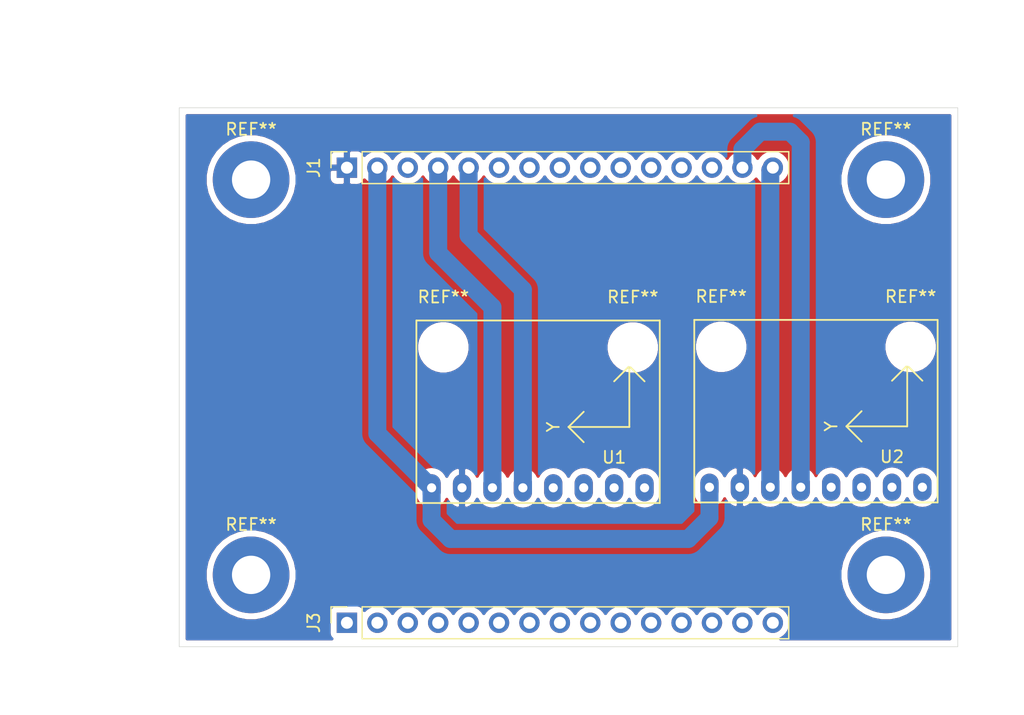
<source format=kicad_pcb>
(kicad_pcb (version 20171130) (host pcbnew "(5.1.12)-1")

  (general
    (thickness 1.6)
    (drawings 27)
    (tracks 24)
    (zones 0)
    (modules 12)
    (nets 39)
  )

  (page A4)
  (layers
    (0 F.Cu signal)
    (31 B.Cu signal)
    (32 B.Adhes user)
    (33 F.Adhes user)
    (34 B.Paste user)
    (35 F.Paste user)
    (36 B.SilkS user)
    (37 F.SilkS user)
    (38 B.Mask user)
    (39 F.Mask user)
    (40 Dwgs.User user)
    (41 Cmts.User user)
    (42 Eco1.User user)
    (43 Eco2.User user)
    (44 Edge.Cuts user)
    (45 Margin user)
    (46 B.CrtYd user)
    (47 F.CrtYd user)
    (48 B.Fab user)
    (49 F.Fab user)
  )

  (setup
    (last_trace_width 1.5)
    (user_trace_width 1)
    (user_trace_width 1.5)
    (trace_clearance 0.2)
    (zone_clearance 0.508)
    (zone_45_only no)
    (trace_min 0.2)
    (via_size 0.8)
    (via_drill 0.4)
    (via_min_size 0.4)
    (via_min_drill 0.3)
    (user_via 1 0.5)
    (uvia_size 0.3)
    (uvia_drill 0.1)
    (uvias_allowed no)
    (uvia_min_size 0.2)
    (uvia_min_drill 0.1)
    (edge_width 0.05)
    (segment_width 0.2)
    (pcb_text_width 0.3)
    (pcb_text_size 1.5 1.5)
    (mod_edge_width 0.12)
    (mod_text_size 1 1)
    (mod_text_width 0.15)
    (pad_size 2.1 2.1)
    (pad_drill 1.5)
    (pad_to_mask_clearance 0)
    (aux_axis_origin 130 105)
    (visible_elements 7FFFFFFF)
    (pcbplotparams
      (layerselection 0x00000_fffffffe)
      (usegerberextensions false)
      (usegerberattributes true)
      (usegerberadvancedattributes true)
      (creategerberjobfile true)
      (excludeedgelayer false)
      (linewidth 0.100000)
      (plotframeref false)
      (viasonmask false)
      (mode 1)
      (useauxorigin false)
      (hpglpennumber 1)
      (hpglpenspeed 20)
      (hpglpendiameter 15.000000)
      (psnegative false)
      (psa4output false)
      (plotreference false)
      (plotvalue false)
      (plotinvisibletext false)
      (padsonsilk true)
      (subtractmaskfromsilk false)
      (outputformat 4)
      (mirror false)
      (drillshape 1)
      (scaleselection 1)
      (outputdirectory ""))
  )

  (net 0 "")
  (net 1 GND)
  (net 2 +3V3)
  (net 3 "Net-(J1-Pad3)")
  (net 4 /SCL0)
  (net 5 /SDA0)
  (net 6 "Net-(J1-Pad6)")
  (net 7 "Net-(J1-Pad7)")
  (net 8 "Net-(J1-Pad8)")
  (net 9 "Net-(J1-Pad9)")
  (net 10 "Net-(J1-Pad10)")
  (net 11 "Net-(J1-Pad11)")
  (net 12 "Net-(J1-Pad12)")
  (net 13 "Net-(J1-Pad13)")
  (net 14 /SDA1)
  (net 15 /SCL1)
  (net 16 "Net-(J3-Pad15)")
  (net 17 "Net-(J3-Pad14)")
  (net 18 "Net-(J3-Pad13)")
  (net 19 "Net-(J3-Pad12)")
  (net 20 "Net-(J3-Pad11)")
  (net 21 "Net-(J3-Pad10)")
  (net 22 "Net-(J3-Pad9)")
  (net 23 "Net-(J3-Pad8)")
  (net 24 "Net-(J3-Pad7)")
  (net 25 "Net-(J3-Pad6)")
  (net 26 "Net-(J3-Pad5)")
  (net 27 "Net-(J3-Pad4)")
  (net 28 "Net-(J3-Pad3)")
  (net 29 "Net-(J3-Pad2)")
  (net 30 "Net-(J3-Pad1)")
  (net 31 "Net-(U1-Pad5)")
  (net 32 "Net-(U1-Pad6)")
  (net 33 "Net-(U1-Pad7)")
  (net 34 "Net-(U1-Pad8)")
  (net 35 "Net-(U2-Pad8)")
  (net 36 "Net-(U2-Pad7)")
  (net 37 "Net-(U2-Pad6)")
  (net 38 "Net-(U2-Pad5)")

  (net_class Default "This is the default net class."
    (clearance 0.2)
    (trace_width 0.25)
    (via_dia 0.8)
    (via_drill 0.4)
    (uvia_dia 0.3)
    (uvia_drill 0.1)
    (add_net +3V3)
    (add_net /SCL0)
    (add_net /SCL1)
    (add_net /SDA0)
    (add_net /SDA1)
    (add_net GND)
    (add_net "Net-(J1-Pad10)")
    (add_net "Net-(J1-Pad11)")
    (add_net "Net-(J1-Pad12)")
    (add_net "Net-(J1-Pad13)")
    (add_net "Net-(J1-Pad3)")
    (add_net "Net-(J1-Pad6)")
    (add_net "Net-(J1-Pad7)")
    (add_net "Net-(J1-Pad8)")
    (add_net "Net-(J1-Pad9)")
    (add_net "Net-(J3-Pad1)")
    (add_net "Net-(J3-Pad10)")
    (add_net "Net-(J3-Pad11)")
    (add_net "Net-(J3-Pad12)")
    (add_net "Net-(J3-Pad13)")
    (add_net "Net-(J3-Pad14)")
    (add_net "Net-(J3-Pad15)")
    (add_net "Net-(J3-Pad2)")
    (add_net "Net-(J3-Pad3)")
    (add_net "Net-(J3-Pad4)")
    (add_net "Net-(J3-Pad5)")
    (add_net "Net-(J3-Pad6)")
    (add_net "Net-(J3-Pad7)")
    (add_net "Net-(J3-Pad8)")
    (add_net "Net-(J3-Pad9)")
    (add_net "Net-(U1-Pad5)")
    (add_net "Net-(U1-Pad6)")
    (add_net "Net-(U1-Pad7)")
    (add_net "Net-(U1-Pad8)")
    (add_net "Net-(U2-Pad5)")
    (add_net "Net-(U2-Pad6)")
    (add_net "Net-(U2-Pad7)")
    (add_net "Net-(U2-Pad8)")
  )

  (module MountingHole:MountingHole_3.2mm_M3 (layer F.Cu) (tedit 56D1B4CB) (tstamp 61E11FDF)
    (at 191.07 79.97)
    (descr "Mounting Hole 3.2mm, no annular, M3")
    (tags "mounting hole 3.2mm no annular m3")
    (attr virtual)
    (fp_text reference REF** (at 0 -4.2) (layer F.SilkS)
      (effects (font (size 1 1) (thickness 0.15)))
    )
    (fp_text value MountingHole_3.2mm_M3 (at 0 4.2) (layer F.Fab)
      (effects (font (size 1 1) (thickness 0.15)))
    )
    (fp_circle (center 0 0) (end 3.45 0) (layer F.CrtYd) (width 0.05))
    (fp_circle (center 0 0) (end 3.2 0) (layer Cmts.User) (width 0.15))
    (fp_text user %R (at 0.3 0) (layer F.Fab)
      (effects (font (size 1 1) (thickness 0.15)))
    )
    (pad 1 np_thru_hole circle (at 0 0) (size 3.2 3.2) (drill 3.2) (layers *.Cu *.Mask))
  )

  (module MountingHole:MountingHole_3.2mm_M3 (layer F.Cu) (tedit 56D1B4CB) (tstamp 61E11F64)
    (at 175.25 79.96)
    (descr "Mounting Hole 3.2mm, no annular, M3")
    (tags "mounting hole 3.2mm no annular m3")
    (attr virtual)
    (fp_text reference REF** (at 0 -4.2) (layer F.SilkS)
      (effects (font (size 1 1) (thickness 0.15)))
    )
    (fp_text value MountingHole_3.2mm_M3 (at 0 4.2) (layer F.Fab)
      (effects (font (size 1 1) (thickness 0.15)))
    )
    (fp_circle (center 0 0) (end 3.45 0) (layer F.CrtYd) (width 0.05))
    (fp_circle (center 0 0) (end 3.2 0) (layer Cmts.User) (width 0.15))
    (fp_text user %R (at 0.3 0) (layer F.Fab)
      (effects (font (size 1 1) (thickness 0.15)))
    )
    (pad 1 np_thru_hole circle (at 0 0) (size 3.2 3.2) (drill 3.2) (layers *.Cu *.Mask))
  )

  (module MountingHole:MountingHole_3.2mm_M3 (layer F.Cu) (tedit 56D1B4CB) (tstamp 61E11F3F)
    (at 167.87 80.01)
    (descr "Mounting Hole 3.2mm, no annular, M3")
    (tags "mounting hole 3.2mm no annular m3")
    (attr virtual)
    (fp_text reference REF** (at 0 -4.2) (layer F.SilkS)
      (effects (font (size 1 1) (thickness 0.15)))
    )
    (fp_text value MountingHole_3.2mm_M3 (at 0 4.2) (layer F.Fab)
      (effects (font (size 1 1) (thickness 0.15)))
    )
    (fp_circle (center 0 0) (end 3.45 0) (layer F.CrtYd) (width 0.05))
    (fp_circle (center 0 0) (end 3.2 0) (layer Cmts.User) (width 0.15))
    (fp_text user %R (at 0.3 0) (layer F.Fab)
      (effects (font (size 1 1) (thickness 0.15)))
    )
    (pad 1 np_thru_hole circle (at 0 0) (size 3.2 3.2) (drill 3.2) (layers *.Cu *.Mask))
  )

  (module MountingHole:MountingHole_3.2mm_M3 (layer F.Cu) (tedit 56D1B4CB) (tstamp 61E11E51)
    (at 152.05 80)
    (descr "Mounting Hole 3.2mm, no annular, M3")
    (tags "mounting hole 3.2mm no annular m3")
    (attr virtual)
    (fp_text reference REF** (at 0 -4.2) (layer F.SilkS)
      (effects (font (size 1 1) (thickness 0.15)))
    )
    (fp_text value MountingHole_3.2mm_M3 (at 0 4.2) (layer F.Fab)
      (effects (font (size 1 1) (thickness 0.15)))
    )
    (fp_circle (center 0 0) (end 3.45 0) (layer F.CrtYd) (width 0.05))
    (fp_circle (center 0 0) (end 3.2 0) (layer Cmts.User) (width 0.15))
    (fp_text user %R (at 0.3 0) (layer F.Fab)
      (effects (font (size 1 1) (thickness 0.15)))
    )
    (pad 1 np_thru_hole circle (at 0 0) (size 3.2 3.2) (drill 3.2) (layers *.Cu *.Mask))
  )

  (module MountingHole:MountingHole_3.2mm_M3_Pad (layer F.Cu) (tedit 56D1B4CB) (tstamp 61E15879)
    (at 189 66)
    (descr "Mounting Hole 3.2mm, M3")
    (tags "mounting hole 3.2mm m3")
    (attr virtual)
    (fp_text reference REF** (at 0 -4.2) (layer F.SilkS)
      (effects (font (size 1 1) (thickness 0.15)))
    )
    (fp_text value MountingHole_3.2mm_M3_Pad (at 0 4.2) (layer F.Fab)
      (effects (font (size 1 1) (thickness 0.15)))
    )
    (fp_circle (center 0 0) (end 3.2 0) (layer Cmts.User) (width 0.15))
    (fp_circle (center 0 0) (end 3.45 0) (layer F.CrtYd) (width 0.05))
    (fp_text user %R (at 0.3 0) (layer F.Fab)
      (effects (font (size 1 1) (thickness 0.15)))
    )
    (pad 1 thru_hole circle (at 0 0) (size 6.4 6.4) (drill 3.2) (layers *.Cu *.Mask))
  )

  (module MountingHole:MountingHole_3.2mm_M3_Pad (layer F.Cu) (tedit 56D1B4CB) (tstamp 61E15867)
    (at 189 99)
    (descr "Mounting Hole 3.2mm, M3")
    (tags "mounting hole 3.2mm m3")
    (attr virtual)
    (fp_text reference REF** (at 0 -4.2) (layer F.SilkS)
      (effects (font (size 1 1) (thickness 0.15)))
    )
    (fp_text value MountingHole_3.2mm_M3_Pad (at 0 4.2) (layer F.Fab)
      (effects (font (size 1 1) (thickness 0.15)))
    )
    (fp_circle (center 0 0) (end 3.2 0) (layer Cmts.User) (width 0.15))
    (fp_circle (center 0 0) (end 3.45 0) (layer F.CrtYd) (width 0.05))
    (fp_text user %R (at 0.3 0) (layer F.Fab)
      (effects (font (size 1 1) (thickness 0.15)))
    )
    (pad 1 thru_hole circle (at 0 0) (size 6.4 6.4) (drill 3.2) (layers *.Cu *.Mask))
  )

  (module MountingHole:MountingHole_3.2mm_M3_Pad (layer F.Cu) (tedit 56D1B4CB) (tstamp 61E1582C)
    (at 136 99)
    (descr "Mounting Hole 3.2mm, M3")
    (tags "mounting hole 3.2mm m3")
    (attr virtual)
    (fp_text reference REF** (at 0 -4.2) (layer F.SilkS)
      (effects (font (size 1 1) (thickness 0.15)))
    )
    (fp_text value MountingHole_3.2mm_M3_Pad (at 0 4.2) (layer F.Fab)
      (effects (font (size 1 1) (thickness 0.15)))
    )
    (fp_circle (center 0 0) (end 3.2 0) (layer Cmts.User) (width 0.15))
    (fp_circle (center 0 0) (end 3.45 0) (layer F.CrtYd) (width 0.05))
    (fp_text user %R (at 0.3 0) (layer F.Fab)
      (effects (font (size 1 1) (thickness 0.15)))
    )
    (pad 1 thru_hole circle (at 0 0) (size 6.4 6.4) (drill 3.2) (layers *.Cu *.Mask))
  )

  (module MountingHole:MountingHole_3.2mm_M3_Pad (layer F.Cu) (tedit 56D1B4CB) (tstamp 61E157DF)
    (at 136 66)
    (descr "Mounting Hole 3.2mm, M3")
    (tags "mounting hole 3.2mm m3")
    (attr virtual)
    (fp_text reference REF** (at 0 -4.2) (layer F.SilkS)
      (effects (font (size 1 1) (thickness 0.15)))
    )
    (fp_text value MountingHole_3.2mm_M3_Pad (at 0 4.2) (layer F.Fab)
      (effects (font (size 1 1) (thickness 0.15)))
    )
    (fp_circle (center 0 0) (end 3.2 0) (layer Cmts.User) (width 0.15))
    (fp_circle (center 0 0) (end 3.45 0) (layer F.CrtYd) (width 0.05))
    (fp_text user %R (at 0.3 0) (layer F.Fab)
      (effects (font (size 1 1) (thickness 0.15)))
    )
    (pad 1 thru_hole circle (at 0 0) (size 6.4 6.4) (drill 3.2) (layers *.Cu *.Mask))
  )

  (module Connector_PinSocket_2.54mm:PinSocket_1x15_P2.54mm_Vertical (layer F.Cu) (tedit 5A19A41D) (tstamp 61E14973)
    (at 144 65 90)
    (descr "Through hole straight socket strip, 1x15, 2.54mm pitch, single row (from Kicad 4.0.7), script generated")
    (tags "Through hole socket strip THT 1x15 2.54mm single row")
    (path /61E2835F)
    (fp_text reference J1 (at 0 -2.77 90) (layer F.SilkS)
      (effects (font (size 1 1) (thickness 0.15)))
    )
    (fp_text value Conn_01x15_Female (at 0 38.33 90) (layer F.Fab)
      (effects (font (size 1 1) (thickness 0.15)))
    )
    (fp_line (start -1.8 37.3) (end -1.8 -1.8) (layer F.CrtYd) (width 0.05))
    (fp_line (start 1.75 37.3) (end -1.8 37.3) (layer F.CrtYd) (width 0.05))
    (fp_line (start 1.75 -1.8) (end 1.75 37.3) (layer F.CrtYd) (width 0.05))
    (fp_line (start -1.8 -1.8) (end 1.75 -1.8) (layer F.CrtYd) (width 0.05))
    (fp_line (start 0 -1.33) (end 1.33 -1.33) (layer F.SilkS) (width 0.12))
    (fp_line (start 1.33 -1.33) (end 1.33 0) (layer F.SilkS) (width 0.12))
    (fp_line (start 1.33 1.27) (end 1.33 36.89) (layer F.SilkS) (width 0.12))
    (fp_line (start -1.33 36.89) (end 1.33 36.89) (layer F.SilkS) (width 0.12))
    (fp_line (start -1.33 1.27) (end -1.33 36.89) (layer F.SilkS) (width 0.12))
    (fp_line (start -1.33 1.27) (end 1.33 1.27) (layer F.SilkS) (width 0.12))
    (fp_line (start -1.27 36.83) (end -1.27 -1.27) (layer F.Fab) (width 0.1))
    (fp_line (start 1.27 36.83) (end -1.27 36.83) (layer F.Fab) (width 0.1))
    (fp_line (start 1.27 -0.635) (end 1.27 36.83) (layer F.Fab) (width 0.1))
    (fp_line (start 0.635 -1.27) (end 1.27 -0.635) (layer F.Fab) (width 0.1))
    (fp_line (start -1.27 -1.27) (end 0.635 -1.27) (layer F.Fab) (width 0.1))
    (fp_text user %R (at 0 17.78) (layer F.Fab)
      (effects (font (size 1 1) (thickness 0.15)))
    )
    (pad 1 thru_hole rect (at 0 0 90) (size 1.7 1.7) (drill 1) (layers *.Cu *.Mask)
      (net 1 GND))
    (pad 2 thru_hole oval (at 0 2.54 90) (size 1.7 1.7) (drill 1) (layers *.Cu *.Mask)
      (net 2 +3V3))
    (pad 3 thru_hole oval (at 0 5.08 90) (size 1.7 1.7) (drill 1) (layers *.Cu *.Mask)
      (net 3 "Net-(J1-Pad3)"))
    (pad 4 thru_hole oval (at 0 7.62 90) (size 1.7 1.7) (drill 1) (layers *.Cu *.Mask)
      (net 4 /SCL0))
    (pad 5 thru_hole oval (at 0 10.16 90) (size 1.7 1.7) (drill 1) (layers *.Cu *.Mask)
      (net 5 /SDA0))
    (pad 6 thru_hole oval (at 0 12.7 90) (size 1.7 1.7) (drill 1) (layers *.Cu *.Mask)
      (net 6 "Net-(J1-Pad6)"))
    (pad 7 thru_hole oval (at 0 15.24 90) (size 1.7 1.7) (drill 1) (layers *.Cu *.Mask)
      (net 7 "Net-(J1-Pad7)"))
    (pad 8 thru_hole oval (at 0 17.78 90) (size 1.7 1.7) (drill 1) (layers *.Cu *.Mask)
      (net 8 "Net-(J1-Pad8)"))
    (pad 9 thru_hole oval (at 0 20.32 90) (size 1.7 1.7) (drill 1) (layers *.Cu *.Mask)
      (net 9 "Net-(J1-Pad9)"))
    (pad 10 thru_hole oval (at 0 22.86 90) (size 1.7 1.7) (drill 1) (layers *.Cu *.Mask)
      (net 10 "Net-(J1-Pad10)"))
    (pad 11 thru_hole oval (at 0 25.4 90) (size 1.7 1.7) (drill 1) (layers *.Cu *.Mask)
      (net 11 "Net-(J1-Pad11)"))
    (pad 12 thru_hole oval (at 0 27.94 90) (size 1.7 1.7) (drill 1) (layers *.Cu *.Mask)
      (net 12 "Net-(J1-Pad12)"))
    (pad 13 thru_hole oval (at 0 30.48 90) (size 1.7 1.7) (drill 1) (layers *.Cu *.Mask)
      (net 13 "Net-(J1-Pad13)"))
    (pad 14 thru_hole oval (at 0 33.02 90) (size 1.7 1.7) (drill 1) (layers *.Cu *.Mask)
      (net 14 /SDA1))
    (pad 15 thru_hole oval (at 0 35.56 90) (size 1.7 1.7) (drill 1) (layers *.Cu *.Mask)
      (net 15 /SCL1))
    (model ${KISYS3DMOD}/Connector_PinSocket_2.54mm.3dshapes/PinSocket_1x15_P2.54mm_Vertical.wrl
      (at (xyz 0 0 0))
      (scale (xyz 1 1 1))
      (rotate (xyz 0 0 0))
    )
  )

  (module Connector_PinSocket_2.54mm:PinSocket_1x15_P2.54mm_Vertical (layer F.Cu) (tedit 5A19A41D) (tstamp 61E14996)
    (at 144 103 90)
    (descr "Through hole straight socket strip, 1x15, 2.54mm pitch, single row (from Kicad 4.0.7), script generated")
    (tags "Through hole socket strip THT 1x15 2.54mm single row")
    (path /61E29432)
    (fp_text reference J3 (at 0 -2.77 90) (layer F.SilkS)
      (effects (font (size 1 1) (thickness 0.15)))
    )
    (fp_text value Conn_01x15_Female (at 0 38.33 90) (layer F.Fab)
      (effects (font (size 1 1) (thickness 0.15)))
    )
    (fp_line (start -1.27 -1.27) (end 0.635 -1.27) (layer F.Fab) (width 0.1))
    (fp_line (start 0.635 -1.27) (end 1.27 -0.635) (layer F.Fab) (width 0.1))
    (fp_line (start 1.27 -0.635) (end 1.27 36.83) (layer F.Fab) (width 0.1))
    (fp_line (start 1.27 36.83) (end -1.27 36.83) (layer F.Fab) (width 0.1))
    (fp_line (start -1.27 36.83) (end -1.27 -1.27) (layer F.Fab) (width 0.1))
    (fp_line (start -1.33 1.27) (end 1.33 1.27) (layer F.SilkS) (width 0.12))
    (fp_line (start -1.33 1.27) (end -1.33 36.89) (layer F.SilkS) (width 0.12))
    (fp_line (start -1.33 36.89) (end 1.33 36.89) (layer F.SilkS) (width 0.12))
    (fp_line (start 1.33 1.27) (end 1.33 36.89) (layer F.SilkS) (width 0.12))
    (fp_line (start 1.33 -1.33) (end 1.33 0) (layer F.SilkS) (width 0.12))
    (fp_line (start 0 -1.33) (end 1.33 -1.33) (layer F.SilkS) (width 0.12))
    (fp_line (start -1.8 -1.8) (end 1.75 -1.8) (layer F.CrtYd) (width 0.05))
    (fp_line (start 1.75 -1.8) (end 1.75 37.3) (layer F.CrtYd) (width 0.05))
    (fp_line (start 1.75 37.3) (end -1.8 37.3) (layer F.CrtYd) (width 0.05))
    (fp_line (start -1.8 37.3) (end -1.8 -1.8) (layer F.CrtYd) (width 0.05))
    (fp_text user %R (at 0 17.78) (layer F.Fab)
      (effects (font (size 1 1) (thickness 0.15)))
    )
    (pad 15 thru_hole oval (at 0 35.56 90) (size 1.7 1.7) (drill 1) (layers *.Cu *.Mask)
      (net 16 "Net-(J3-Pad15)"))
    (pad 14 thru_hole oval (at 0 33.02 90) (size 1.7 1.7) (drill 1) (layers *.Cu *.Mask)
      (net 17 "Net-(J3-Pad14)"))
    (pad 13 thru_hole oval (at 0 30.48 90) (size 1.7 1.7) (drill 1) (layers *.Cu *.Mask)
      (net 18 "Net-(J3-Pad13)"))
    (pad 12 thru_hole oval (at 0 27.94 90) (size 1.7 1.7) (drill 1) (layers *.Cu *.Mask)
      (net 19 "Net-(J3-Pad12)"))
    (pad 11 thru_hole oval (at 0 25.4 90) (size 1.7 1.7) (drill 1) (layers *.Cu *.Mask)
      (net 20 "Net-(J3-Pad11)"))
    (pad 10 thru_hole oval (at 0 22.86 90) (size 1.7 1.7) (drill 1) (layers *.Cu *.Mask)
      (net 21 "Net-(J3-Pad10)"))
    (pad 9 thru_hole oval (at 0 20.32 90) (size 1.7 1.7) (drill 1) (layers *.Cu *.Mask)
      (net 22 "Net-(J3-Pad9)"))
    (pad 8 thru_hole oval (at 0 17.78 90) (size 1.7 1.7) (drill 1) (layers *.Cu *.Mask)
      (net 23 "Net-(J3-Pad8)"))
    (pad 7 thru_hole oval (at 0 15.24 90) (size 1.7 1.7) (drill 1) (layers *.Cu *.Mask)
      (net 24 "Net-(J3-Pad7)"))
    (pad 6 thru_hole oval (at 0 12.7 90) (size 1.7 1.7) (drill 1) (layers *.Cu *.Mask)
      (net 25 "Net-(J3-Pad6)"))
    (pad 5 thru_hole oval (at 0 10.16 90) (size 1.7 1.7) (drill 1) (layers *.Cu *.Mask)
      (net 26 "Net-(J3-Pad5)"))
    (pad 4 thru_hole oval (at 0 7.62 90) (size 1.7 1.7) (drill 1) (layers *.Cu *.Mask)
      (net 27 "Net-(J3-Pad4)"))
    (pad 3 thru_hole oval (at 0 5.08 90) (size 1.7 1.7) (drill 1) (layers *.Cu *.Mask)
      (net 28 "Net-(J3-Pad3)"))
    (pad 2 thru_hole oval (at 0 2.54 90) (size 1.7 1.7) (drill 1) (layers *.Cu *.Mask)
      (net 29 "Net-(J3-Pad2)"))
    (pad 1 thru_hole rect (at 0 0 90) (size 1.7 1.7) (drill 1) (layers *.Cu *.Mask)
      (net 30 "Net-(J3-Pad1)"))
    (model ${KISYS3DMOD}/Connector_PinSocket_2.54mm.3dshapes/PinSocket_1x15_P2.54mm_Vertical.wrl
      (at (xyz 0 0 0))
      (scale (xyz 1 1 1))
      (rotate (xyz 0 0 0))
    )
  )

  (module footprints:GY-521 (layer F.Cu) (tedit 5B1B7D6D) (tstamp 61E149AE)
    (at 149.8 93)
    (path /61E25AD3)
    (fp_text reference U1 (at 16.51 -3.81) (layer F.SilkS)
      (effects (font (size 1 1) (thickness 0.15)))
    )
    (fp_text value GY-521-symbols (at 3.81 -12.7) (layer F.Fab)
      (effects (font (size 1 1) (thickness 0.15)))
    )
    (fp_line (start 17.78 -11.43) (end 19.05 -10.16) (layer F.SilkS) (width 0.15))
    (fp_line (start 16.51 -10.16) (end 17.78 -11.43) (layer F.SilkS) (width 0.15))
    (fp_line (start 17.78 -11.43) (end 17.78 -6.35) (layer F.SilkS) (width 0.15))
    (fp_line (start 17.78 -6.35) (end 12.7 -6.35) (layer F.SilkS) (width 0.15))
    (fp_line (start 12.7 -6.35) (end 13.97 -5.08) (layer F.SilkS) (width 0.15))
    (fp_line (start 13.97 -7.62) (end 12.7 -6.35) (layer F.SilkS) (width 0.15))
    (fp_line (start 0 0) (end 0 -15.24) (layer F.SilkS) (width 0.15))
    (fp_line (start 20.32 0) (end 0 0) (layer F.SilkS) (width 0.15))
    (fp_line (start 20.32 -15.24) (end 20.32 0) (layer F.SilkS) (width 0.15))
    (fp_line (start 0 -15.24) (end 20.32 -15.24) (layer F.SilkS) (width 0.15))
    (fp_text user Y (at 11.43 -6.35 90) (layer F.SilkS)
      (effects (font (size 1 1) (thickness 0.15)))
    )
    (fp_text user X (at 17.78 -12.7 90) (layer F.SilkS)
      (effects (font (size 1 1) (thickness 0.15)))
    )
    (pad 1 thru_hole oval (at 1.27 -1.27) (size 1.524 2.268) (drill 0.762) (layers *.Cu *.Mask)
      (net 2 +3V3))
    (pad 2 thru_hole oval (at 3.81 -1.27) (size 1.524 2.268) (drill 0.762) (layers *.Cu *.Mask)
      (net 1 GND))
    (pad 3 thru_hole oval (at 6.35 -1.27) (size 1.524 2.268) (drill 0.762) (layers *.Cu *.Mask)
      (net 4 /SCL0))
    (pad 4 thru_hole oval (at 8.89 -1.27) (size 1.524 2.268) (drill 0.762) (layers *.Cu *.Mask)
      (net 5 /SDA0))
    (pad 5 thru_hole oval (at 11.43 -1.27) (size 1.524 2.268) (drill 0.762) (layers *.Cu *.Mask)
      (net 31 "Net-(U1-Pad5)"))
    (pad 6 thru_hole oval (at 13.97 -1.27) (size 1.524 2.268) (drill 0.762) (layers *.Cu *.Mask)
      (net 32 "Net-(U1-Pad6)"))
    (pad 7 thru_hole oval (at 16.51 -1.27) (size 1.524 2.268) (drill 0.762) (layers *.Cu *.Mask)
      (net 33 "Net-(U1-Pad7)"))
    (pad 8 thru_hole oval (at 19.05 -1.27) (size 1.524 2.268) (drill 0.762) (layers *.Cu *.Mask)
      (net 34 "Net-(U1-Pad8)"))
  )

  (module footprints:GY-521 (layer F.Cu) (tedit 5B1B7D6D) (tstamp 61E155ED)
    (at 173 92.95)
    (path /61E26262)
    (fp_text reference U2 (at 16.51 -3.81) (layer F.SilkS)
      (effects (font (size 1 1) (thickness 0.15)))
    )
    (fp_text value GY-521-symbols (at 3.81 -12.7) (layer F.Fab)
      (effects (font (size 1 1) (thickness 0.15)))
    )
    (fp_line (start 0 -15.24) (end 20.32 -15.24) (layer F.SilkS) (width 0.15))
    (fp_line (start 20.32 -15.24) (end 20.32 0) (layer F.SilkS) (width 0.15))
    (fp_line (start 20.32 0) (end 0 0) (layer F.SilkS) (width 0.15))
    (fp_line (start 0 0) (end 0 -15.24) (layer F.SilkS) (width 0.15))
    (fp_line (start 13.97 -7.62) (end 12.7 -6.35) (layer F.SilkS) (width 0.15))
    (fp_line (start 12.7 -6.35) (end 13.97 -5.08) (layer F.SilkS) (width 0.15))
    (fp_line (start 17.78 -6.35) (end 12.7 -6.35) (layer F.SilkS) (width 0.15))
    (fp_line (start 17.78 -11.43) (end 17.78 -6.35) (layer F.SilkS) (width 0.15))
    (fp_line (start 16.51 -10.16) (end 17.78 -11.43) (layer F.SilkS) (width 0.15))
    (fp_line (start 17.78 -11.43) (end 19.05 -10.16) (layer F.SilkS) (width 0.15))
    (fp_text user X (at 17.78 -12.7 90) (layer F.SilkS)
      (effects (font (size 1 1) (thickness 0.15)))
    )
    (fp_text user Y (at 11.43 -6.35 90) (layer F.SilkS)
      (effects (font (size 1 1) (thickness 0.15)))
    )
    (pad 8 thru_hole oval (at 19.05 -1.27) (size 1.524 2.268) (drill 0.762) (layers *.Cu *.Mask)
      (net 35 "Net-(U2-Pad8)"))
    (pad 7 thru_hole oval (at 16.51 -1.27) (size 1.524 2.268) (drill 0.762) (layers *.Cu *.Mask)
      (net 36 "Net-(U2-Pad7)"))
    (pad 6 thru_hole oval (at 13.97 -1.27) (size 1.524 2.268) (drill 0.762) (layers *.Cu *.Mask)
      (net 37 "Net-(U2-Pad6)"))
    (pad 5 thru_hole oval (at 11.43 -1.27) (size 1.524 2.268) (drill 0.762) (layers *.Cu *.Mask)
      (net 38 "Net-(U2-Pad5)"))
    (pad 4 thru_hole oval (at 8.89 -1.27) (size 1.524 2.268) (drill 0.762) (layers *.Cu *.Mask)
      (net 14 /SDA1))
    (pad 3 thru_hole oval (at 6.35 -1.27) (size 1.524 2.268) (drill 0.762) (layers *.Cu *.Mask)
      (net 15 /SCL1))
    (pad 2 thru_hole oval (at 3.81 -1.27) (size 1.524 2.268) (drill 0.762) (layers *.Cu *.Mask)
      (net 1 GND))
    (pad 1 thru_hole oval (at 1.27 -1.27) (size 1.524 2.268) (drill 0.762) (layers *.Cu *.Mask)
      (net 2 +3V3))
  )

  (gr_line (start 191.07 77.72) (end 191.07 79.97) (layer Dwgs.User) (width 0.15) (tstamp 61E11FB4))
  (gr_line (start 193.32 77.72) (end 191.07 77.72) (layer Dwgs.User) (width 0.15))
  (gr_line (start 175.25 77.71) (end 175.25 79.96) (layer Dwgs.User) (width 0.15) (tstamp 61E11F40))
  (gr_line (start 173 77.71) (end 175.25 77.71) (layer Dwgs.User) (width 0.15))
  (gr_line (start 167.87 77.76) (end 167.87 80.01) (layer Dwgs.User) (width 0.15) (tstamp 61E11F14))
  (gr_line (start 170.12 77.76) (end 167.87 77.76) (layer Dwgs.User) (width 0.15))
  (gr_line (start 152.05 80.01) (end 152.05 77.75) (layer Dwgs.User) (width 0.15))
  (gr_line (start 149.8 80.01) (end 152.05 80.01) (layer Dwgs.User) (width 0.15) (tstamp 61E11766))
  (gr_circle (center 191.07 79.97) (end 189.32 79.99) (layer Dwgs.User) (width 0.15))
  (gr_line (start 191.07 79.97) (end 193.32 79.97) (layer Dwgs.User) (width 0.15) (tstamp 61E15A3A))
  (gr_line (start 193.32 79.97) (end 193.32 77.72) (layer Dwgs.User) (width 0.15) (tstamp 61E15A3B))
  (gr_line (start 173 79.96) (end 175.25 79.96) (layer Dwgs.User) (width 0.15) (tstamp 61E15A3B))
  (gr_line (start 173 77.71) (end 173 79.96) (layer Dwgs.User) (width 0.15) (tstamp 61E15A3A))
  (gr_line (start 170.12 80.01) (end 170.12 77.76) (layer Dwgs.User) (width 0.15) (tstamp 61E15A3B))
  (gr_line (start 167.87 80.01) (end 170.12 80.01) (layer Dwgs.User) (width 0.15) (tstamp 61E15A3A))
  (gr_line (start 149.8 77.76) (end 149.8 80.01) (layer Dwgs.User) (width 0.15))
  (dimension 45 (width 0.15) (layer Dwgs.User)
    (gr_text "45,000 mm" (at 118.700001 82.5 270) (layer Dwgs.User)
      (effects (font (size 1 1) (thickness 0.15)))
    )
    (feature1 (pts (xy 130 105) (xy 119.41358 105)))
    (feature2 (pts (xy 130 60) (xy 119.41358 60)))
    (crossbar (pts (xy 120.000001 60) (xy 120.000001 105)))
    (arrow1a (pts (xy 120.000001 105) (xy 119.41358 103.873496)))
    (arrow1b (pts (xy 120.000001 105) (xy 120.586422 103.873496)))
    (arrow2a (pts (xy 120.000001 60) (xy 119.41358 61.126504)))
    (arrow2b (pts (xy 120.000001 60) (xy 120.586422 61.126504)))
  )
  (dimension 19.4 (width 0.15) (layer Dwgs.User)
    (gr_text "19,400 mm" (at 124.5 95.3 90) (layer Dwgs.User)
      (effects (font (size 1 1) (thickness 0.15)))
    )
    (feature1 (pts (xy 130 85.6) (xy 125.213579 85.6)))
    (feature2 (pts (xy 130 105) (xy 125.213579 105)))
    (crossbar (pts (xy 125.8 105) (xy 125.8 85.6)))
    (arrow1a (pts (xy 125.8 85.6) (xy 126.386421 86.726504)))
    (arrow1b (pts (xy 125.8 85.6) (xy 125.213579 86.726504)))
    (arrow2a (pts (xy 125.8 105) (xy 126.386421 103.873496)))
    (arrow2b (pts (xy 125.8 105) (xy 125.213579 103.873496)))
  )
  (dimension 30 (width 0.15) (layer Dwgs.User)
    (gr_text "30,000 mm" (at 145 95.2) (layer Dwgs.User)
      (effects (font (size 1 1) (thickness 0.15)))
    )
    (feature1 (pts (xy 160 85.6) (xy 160 94.486421)))
    (feature2 (pts (xy 130 85.6) (xy 130 94.486421)))
    (crossbar (pts (xy 130 93.9) (xy 160 93.9)))
    (arrow1a (pts (xy 160 93.9) (xy 158.873496 94.486421)))
    (arrow1b (pts (xy 160 93.9) (xy 158.873496 93.313579)))
    (arrow2a (pts (xy 130 93.9) (xy 131.126504 94.486421)))
    (arrow2b (pts (xy 130 93.9) (xy 131.126504 93.313579)))
  )
  (dimension 65 (width 0.15) (layer Dwgs.User)
    (gr_text "65,000 mm" (at 162.5 51.7) (layer Dwgs.User)
      (effects (font (size 1 1) (thickness 0.15)))
    )
    (feature1 (pts (xy 195 60) (xy 195 52.413579)))
    (feature2 (pts (xy 130 60) (xy 130 52.413579)))
    (crossbar (pts (xy 130 53) (xy 195 53)))
    (arrow1a (pts (xy 195 53) (xy 193.873496 53.586421)))
    (arrow1b (pts (xy 195 53) (xy 193.873496 52.413579)))
    (arrow2a (pts (xy 130 53) (xy 131.126504 53.586421)))
    (arrow2b (pts (xy 130 53) (xy 131.126504 52.413579)))
  )
  (gr_circle (center 175.25 79.96) (end 177 79.97) (layer Dwgs.User) (width 0.15))
  (gr_circle (center 167.87 80.01) (end 169.62 80.01) (layer Dwgs.User) (width 0.15))
  (gr_circle (center 152.05 80.01) (end 153.8 80) (layer Dwgs.User) (width 0.15))
  (gr_line (start 195 105) (end 130 105) (layer Edge.Cuts) (width 0.05) (tstamp 61E15952))
  (gr_line (start 195 60) (end 195 105) (layer Edge.Cuts) (width 0.05))
  (gr_line (start 130 60) (end 195 60) (layer Edge.Cuts) (width 0.05))
  (gr_line (start 130 105) (end 130 60) (layer Edge.Cuts) (width 0.05))

  (segment (start 146.54 87.2) (end 151.07 91.73) (width 1.5) (layer B.Cu) (net 2))
  (segment (start 151.07 91.73) (end 151.07 94.43) (width 1.5) (layer B.Cu) (net 2))
  (segment (start 174.27 91.68) (end 174.27 94.23) (width 1.5) (layer B.Cu) (net 2))
  (segment (start 174.27 94.23) (end 172.5 96) (width 1.5) (layer B.Cu) (net 2))
  (segment (start 152.64 96) (end 151.07 94.43) (width 1.5) (layer B.Cu) (net 2))
  (segment (start 172.5 96) (end 152.64 96) (width 1.5) (layer B.Cu) (net 2))
  (segment (start 146.54 87.2) (end 146.54 65) (width 1.5) (layer B.Cu) (net 2))
  (segment (start 156.049594 91.73) (end 156.15 91.73) (width 1) (layer F.Cu) (net 4))
  (segment (start 156.15 76.65) (end 156.15 91.73) (width 1.5) (layer B.Cu) (net 4))
  (segment (start 151.62 72.12) (end 156.15 76.65) (width 1.5) (layer B.Cu) (net 4))
  (segment (start 151.62 72.12) (end 151.62 65) (width 1.5) (layer B.Cu) (net 4))
  (segment (start 154.16 70.66) (end 154.16 65) (width 1.5) (layer B.Cu) (net 5))
  (segment (start 158.69 75.19) (end 154.16 70.66) (width 1.5) (layer B.Cu) (net 5))
  (segment (start 158.69 91.73) (end 158.69 75.19) (width 1.5) (layer B.Cu) (net 5))
  (segment (start 182 91.57) (end 181.89 91.68) (width 1) (layer B.Cu) (net 14))
  (segment (start 182 91.57) (end 181.89 91.68) (width 1) (layer F.Cu) (net 14))
  (segment (start 177.02 63.48) (end 177.02 65) (width 1.5) (layer B.Cu) (net 14))
  (segment (start 178.5 62) (end 177.02 63.48) (width 1.5) (layer B.Cu) (net 14))
  (segment (start 181 62) (end 178.5 62) (width 1.5) (layer B.Cu) (net 14))
  (segment (start 181.89 62.89) (end 181 62) (width 1.5) (layer B.Cu) (net 14))
  (segment (start 181.89 91.68) (end 181.89 62.89) (width 1.5) (layer B.Cu) (net 14))
  (segment (start 179.56 91.47) (end 179.35 91.68) (width 1) (layer F.Cu) (net 15))
  (segment (start 179.35 65.21) (end 179.56 65) (width 1.5) (layer F.Cu) (net 15))
  (segment (start 179.35 91.68) (end 179.35 65.21) (width 1.5) (layer B.Cu) (net 15))

  (zone (net 1) (net_name GND) (layer F.Cu) (tstamp 620E8035) (hatch edge 0.508)
    (connect_pads (clearance 0.508))
    (min_thickness 0.254)
    (fill yes (arc_segments 32) (thermal_gap 0.508) (thermal_bridge_width 0.508))
    (polygon
      (pts
        (xy 195 105) (xy 130 105) (xy 130 60) (xy 195 60)
      )
    )
    (filled_polygon
      (pts
        (xy 194.340001 104.34) (xy 180.205445 104.34) (xy 180.263411 104.31599) (xy 180.506632 104.153475) (xy 180.713475 103.946632)
        (xy 180.87599 103.703411) (xy 180.987932 103.433158) (xy 181.045 103.14626) (xy 181.045 102.85374) (xy 180.987932 102.566842)
        (xy 180.87599 102.296589) (xy 180.713475 102.053368) (xy 180.506632 101.846525) (xy 180.263411 101.68401) (xy 179.993158 101.572068)
        (xy 179.70626 101.515) (xy 179.41374 101.515) (xy 179.126842 101.572068) (xy 178.856589 101.68401) (xy 178.613368 101.846525)
        (xy 178.406525 102.053368) (xy 178.29 102.22776) (xy 178.173475 102.053368) (xy 177.966632 101.846525) (xy 177.723411 101.68401)
        (xy 177.453158 101.572068) (xy 177.16626 101.515) (xy 176.87374 101.515) (xy 176.586842 101.572068) (xy 176.316589 101.68401)
        (xy 176.073368 101.846525) (xy 175.866525 102.053368) (xy 175.75 102.22776) (xy 175.633475 102.053368) (xy 175.426632 101.846525)
        (xy 175.183411 101.68401) (xy 174.913158 101.572068) (xy 174.62626 101.515) (xy 174.33374 101.515) (xy 174.046842 101.572068)
        (xy 173.776589 101.68401) (xy 173.533368 101.846525) (xy 173.326525 102.053368) (xy 173.21 102.22776) (xy 173.093475 102.053368)
        (xy 172.886632 101.846525) (xy 172.643411 101.68401) (xy 172.373158 101.572068) (xy 172.08626 101.515) (xy 171.79374 101.515)
        (xy 171.506842 101.572068) (xy 171.236589 101.68401) (xy 170.993368 101.846525) (xy 170.786525 102.053368) (xy 170.67 102.22776)
        (xy 170.553475 102.053368) (xy 170.346632 101.846525) (xy 170.103411 101.68401) (xy 169.833158 101.572068) (xy 169.54626 101.515)
        (xy 169.25374 101.515) (xy 168.966842 101.572068) (xy 168.696589 101.68401) (xy 168.453368 101.846525) (xy 168.246525 102.053368)
        (xy 168.13 102.22776) (xy 168.013475 102.053368) (xy 167.806632 101.846525) (xy 167.563411 101.68401) (xy 167.293158 101.572068)
        (xy 167.00626 101.515) (xy 166.71374 101.515) (xy 166.426842 101.572068) (xy 166.156589 101.68401) (xy 165.913368 101.846525)
        (xy 165.706525 102.053368) (xy 165.59 102.22776) (xy 165.473475 102.053368) (xy 165.266632 101.846525) (xy 165.023411 101.68401)
        (xy 164.753158 101.572068) (xy 164.46626 101.515) (xy 164.17374 101.515) (xy 163.886842 101.572068) (xy 163.616589 101.68401)
        (xy 163.373368 101.846525) (xy 163.166525 102.053368) (xy 163.05 102.22776) (xy 162.933475 102.053368) (xy 162.726632 101.846525)
        (xy 162.483411 101.68401) (xy 162.213158 101.572068) (xy 161.92626 101.515) (xy 161.63374 101.515) (xy 161.346842 101.572068)
        (xy 161.076589 101.68401) (xy 160.833368 101.846525) (xy 160.626525 102.053368) (xy 160.51 102.22776) (xy 160.393475 102.053368)
        (xy 160.186632 101.846525) (xy 159.943411 101.68401) (xy 159.673158 101.572068) (xy 159.38626 101.515) (xy 159.09374 101.515)
        (xy 158.806842 101.572068) (xy 158.536589 101.68401) (xy 158.293368 101.846525) (xy 158.086525 102.053368) (xy 157.97 102.22776)
        (xy 157.853475 102.053368) (xy 157.646632 101.846525) (xy 157.403411 101.68401) (xy 157.133158 101.572068) (xy 156.84626 101.515)
        (xy 156.55374 101.515) (xy 156.266842 101.572068) (xy 155.996589 101.68401) (xy 155.753368 101.846525) (xy 155.546525 102.053368)
        (xy 155.43 102.22776) (xy 155.313475 102.053368) (xy 155.106632 101.846525) (xy 154.863411 101.68401) (xy 154.593158 101.572068)
        (xy 154.30626 101.515) (xy 154.01374 101.515) (xy 153.726842 101.572068) (xy 153.456589 101.68401) (xy 153.213368 101.846525)
        (xy 153.006525 102.053368) (xy 152.89 102.22776) (xy 152.773475 102.053368) (xy 152.566632 101.846525) (xy 152.323411 101.68401)
        (xy 152.053158 101.572068) (xy 151.76626 101.515) (xy 151.47374 101.515) (xy 151.186842 101.572068) (xy 150.916589 101.68401)
        (xy 150.673368 101.846525) (xy 150.466525 102.053368) (xy 150.35 102.22776) (xy 150.233475 102.053368) (xy 150.026632 101.846525)
        (xy 149.783411 101.68401) (xy 149.513158 101.572068) (xy 149.22626 101.515) (xy 148.93374 101.515) (xy 148.646842 101.572068)
        (xy 148.376589 101.68401) (xy 148.133368 101.846525) (xy 147.926525 102.053368) (xy 147.81 102.22776) (xy 147.693475 102.053368)
        (xy 147.486632 101.846525) (xy 147.243411 101.68401) (xy 146.973158 101.572068) (xy 146.68626 101.515) (xy 146.39374 101.515)
        (xy 146.106842 101.572068) (xy 145.836589 101.68401) (xy 145.593368 101.846525) (xy 145.461513 101.97838) (xy 145.439502 101.90582)
        (xy 145.380537 101.795506) (xy 145.301185 101.698815) (xy 145.204494 101.619463) (xy 145.09418 101.560498) (xy 144.974482 101.524188)
        (xy 144.85 101.511928) (xy 143.15 101.511928) (xy 143.025518 101.524188) (xy 142.90582 101.560498) (xy 142.795506 101.619463)
        (xy 142.698815 101.698815) (xy 142.619463 101.795506) (xy 142.560498 101.90582) (xy 142.524188 102.025518) (xy 142.511928 102.15)
        (xy 142.511928 103.85) (xy 142.524188 103.974482) (xy 142.560498 104.09418) (xy 142.619463 104.204494) (xy 142.698815 104.301185)
        (xy 142.746111 104.34) (xy 130.66 104.34) (xy 130.66 98.622285) (xy 132.165 98.622285) (xy 132.165 99.377715)
        (xy 132.312377 100.118628) (xy 132.601467 100.816554) (xy 133.021161 101.44467) (xy 133.55533 101.978839) (xy 134.183446 102.398533)
        (xy 134.881372 102.687623) (xy 135.622285 102.835) (xy 136.377715 102.835) (xy 137.118628 102.687623) (xy 137.816554 102.398533)
        (xy 138.44467 101.978839) (xy 138.978839 101.44467) (xy 139.398533 100.816554) (xy 139.687623 100.118628) (xy 139.835 99.377715)
        (xy 139.835 98.622285) (xy 185.165 98.622285) (xy 185.165 99.377715) (xy 185.312377 100.118628) (xy 185.601467 100.816554)
        (xy 186.021161 101.44467) (xy 186.55533 101.978839) (xy 187.183446 102.398533) (xy 187.881372 102.687623) (xy 188.622285 102.835)
        (xy 189.377715 102.835) (xy 190.118628 102.687623) (xy 190.816554 102.398533) (xy 191.44467 101.978839) (xy 191.978839 101.44467)
        (xy 192.398533 100.816554) (xy 192.687623 100.118628) (xy 192.835 99.377715) (xy 192.835 98.622285) (xy 192.687623 97.881372)
        (xy 192.398533 97.183446) (xy 191.978839 96.55533) (xy 191.44467 96.021161) (xy 190.816554 95.601467) (xy 190.118628 95.312377)
        (xy 189.377715 95.165) (xy 188.622285 95.165) (xy 187.881372 95.312377) (xy 187.183446 95.601467) (xy 186.55533 96.021161)
        (xy 186.021161 96.55533) (xy 185.601467 97.183446) (xy 185.312377 97.881372) (xy 185.165 98.622285) (xy 139.835 98.622285)
        (xy 139.687623 97.881372) (xy 139.398533 97.183446) (xy 138.978839 96.55533) (xy 138.44467 96.021161) (xy 137.816554 95.601467)
        (xy 137.118628 95.312377) (xy 136.377715 95.165) (xy 135.622285 95.165) (xy 134.881372 95.312377) (xy 134.183446 95.601467)
        (xy 133.55533 96.021161) (xy 133.021161 96.55533) (xy 132.601467 97.183446) (xy 132.312377 97.881372) (xy 132.165 98.622285)
        (xy 130.66 98.622285) (xy 130.66 91.289376) (xy 149.673 91.289376) (xy 149.673 92.170625) (xy 149.693214 92.37586)
        (xy 149.773096 92.639195) (xy 149.902817 92.881887) (xy 150.077393 93.094608) (xy 150.290114 93.269183) (xy 150.532806 93.398904)
        (xy 150.796141 93.478786) (xy 151.07 93.505759) (xy 151.34386 93.478786) (xy 151.607195 93.398904) (xy 151.849887 93.269183)
        (xy 152.062608 93.094608) (xy 152.237183 92.881887) (xy 152.341038 92.687587) (xy 152.367941 92.753942) (xy 152.518994 92.983729)
        (xy 152.711974 93.179632) (xy 152.939465 93.334122) (xy 153.192724 93.441262) (xy 153.26693 93.45622) (xy 153.483 93.33372)
        (xy 153.483 91.857) (xy 153.463 91.857) (xy 153.463 91.603) (xy 153.483 91.603) (xy 153.483 90.12628)
        (xy 153.737 90.12628) (xy 153.737 91.603) (xy 153.757 91.603) (xy 153.757 91.857) (xy 153.737 91.857)
        (xy 153.737 93.33372) (xy 153.95307 93.45622) (xy 154.027276 93.441262) (xy 154.280535 93.334122) (xy 154.508026 93.179632)
        (xy 154.701006 92.983729) (xy 154.852059 92.753942) (xy 154.878962 92.687587) (xy 154.982817 92.881887) (xy 155.157393 93.094608)
        (xy 155.370114 93.269183) (xy 155.612806 93.398904) (xy 155.876141 93.478786) (xy 156.15 93.505759) (xy 156.42386 93.478786)
        (xy 156.687195 93.398904) (xy 156.929887 93.269183) (xy 157.142608 93.094608) (xy 157.317183 92.881887) (xy 157.42 92.689529)
        (xy 157.522817 92.881887) (xy 157.697393 93.094608) (xy 157.910114 93.269183) (xy 158.152806 93.398904) (xy 158.416141 93.478786)
        (xy 158.69 93.505759) (xy 158.96386 93.478786) (xy 159.227195 93.398904) (xy 159.469887 93.269183) (xy 159.682608 93.094608)
        (xy 159.857183 92.881887) (xy 159.96 92.689529) (xy 160.062817 92.881887) (xy 160.237393 93.094608) (xy 160.450114 93.269183)
        (xy 160.692806 93.398904) (xy 160.956141 93.478786) (xy 161.23 93.505759) (xy 161.50386 93.478786) (xy 161.767195 93.398904)
        (xy 162.009887 93.269183) (xy 162.222608 93.094608) (xy 162.397183 92.881887) (xy 162.5 92.689529) (xy 162.602817 92.881887)
        (xy 162.777393 93.094608) (xy 162.990114 93.269183) (xy 163.232806 93.398904) (xy 163.496141 93.478786) (xy 163.77 93.505759)
        (xy 164.04386 93.478786) (xy 164.307195 93.398904) (xy 164.549887 93.269183) (xy 164.762608 93.094608) (xy 164.937183 92.881887)
        (xy 165.04 92.689529) (xy 165.142817 92.881887) (xy 165.317393 93.094608) (xy 165.530114 93.269183) (xy 165.772806 93.398904)
        (xy 166.036141 93.478786) (xy 166.31 93.505759) (xy 166.58386 93.478786) (xy 166.847195 93.398904) (xy 167.089887 93.269183)
        (xy 167.302608 93.094608) (xy 167.477183 92.881887) (xy 167.58 92.689529) (xy 167.682817 92.881887) (xy 167.857393 93.094608)
        (xy 168.070114 93.269183) (xy 168.312806 93.398904) (xy 168.576141 93.478786) (xy 168.85 93.505759) (xy 169.12386 93.478786)
        (xy 169.387195 93.398904) (xy 169.629887 93.269183) (xy 169.842608 93.094608) (xy 170.017183 92.881887) (xy 170.146904 92.639195)
        (xy 170.226786 92.375859) (xy 170.247 92.170624) (xy 170.247 91.289375) (xy 170.242076 91.239376) (xy 172.873 91.239376)
        (xy 172.873 92.120625) (xy 172.893214 92.32586) (xy 172.973096 92.589195) (xy 173.102817 92.831887) (xy 173.277393 93.044608)
        (xy 173.490114 93.219183) (xy 173.732806 93.348904) (xy 173.996141 93.428786) (xy 174.27 93.455759) (xy 174.54386 93.428786)
        (xy 174.807195 93.348904) (xy 175.049887 93.219183) (xy 175.262608 93.044608) (xy 175.437183 92.831887) (xy 175.541038 92.637587)
        (xy 175.567941 92.703942) (xy 175.718994 92.933729) (xy 175.911974 93.129632) (xy 176.139465 93.284122) (xy 176.392724 93.391262)
        (xy 176.46693 93.40622) (xy 176.683 93.28372) (xy 176.683 91.807) (xy 176.663 91.807) (xy 176.663 91.553)
        (xy 176.683 91.553) (xy 176.683 90.07628) (xy 176.937 90.07628) (xy 176.937 91.553) (xy 176.957 91.553)
        (xy 176.957 91.807) (xy 176.937 91.807) (xy 176.937 93.28372) (xy 177.15307 93.40622) (xy 177.227276 93.391262)
        (xy 177.480535 93.284122) (xy 177.708026 93.129632) (xy 177.901006 92.933729) (xy 178.052059 92.703942) (xy 178.078962 92.637587)
        (xy 178.182817 92.831887) (xy 178.357393 93.044608) (xy 178.570114 93.219183) (xy 178.812806 93.348904) (xy 179.076141 93.428786)
        (xy 179.35 93.455759) (xy 179.62386 93.428786) (xy 179.887195 93.348904) (xy 180.129887 93.219183) (xy 180.342608 93.044608)
        (xy 180.517183 92.831887) (xy 180.62 92.639529) (xy 180.722817 92.831887) (xy 180.897393 93.044608) (xy 181.110114 93.219183)
        (xy 181.352806 93.348904) (xy 181.616141 93.428786) (xy 181.89 93.455759) (xy 182.16386 93.428786) (xy 182.427195 93.348904)
        (xy 182.669887 93.219183) (xy 182.882608 93.044608) (xy 183.057183 92.831887) (xy 183.16 92.639529) (xy 183.262817 92.831887)
        (xy 183.437393 93.044608) (xy 183.650114 93.219183) (xy 183.892806 93.348904) (xy 184.156141 93.428786) (xy 184.43 93.455759)
        (xy 184.70386 93.428786) (xy 184.967195 93.348904) (xy 185.209887 93.219183) (xy 185.422608 93.044608) (xy 185.597183 92.831887)
        (xy 185.7 92.639529) (xy 185.802817 92.831887) (xy 185.977393 93.044608) (xy 186.190114 93.219183) (xy 186.432806 93.348904)
        (xy 186.696141 93.428786) (xy 186.97 93.455759) (xy 187.24386 93.428786) (xy 187.507195 93.348904) (xy 187.749887 93.219183)
        (xy 187.962608 93.044608) (xy 188.137183 92.831887) (xy 188.24 92.639529) (xy 188.342817 92.831887) (xy 188.517393 93.044608)
        (xy 188.730114 93.219183) (xy 188.972806 93.348904) (xy 189.236141 93.428786) (xy 189.51 93.455759) (xy 189.78386 93.428786)
        (xy 190.047195 93.348904) (xy 190.289887 93.219183) (xy 190.502608 93.044608) (xy 190.677183 92.831887) (xy 190.78 92.639529)
        (xy 190.882817 92.831887) (xy 191.057393 93.044608) (xy 191.270114 93.219183) (xy 191.512806 93.348904) (xy 191.776141 93.428786)
        (xy 192.05 93.455759) (xy 192.32386 93.428786) (xy 192.587195 93.348904) (xy 192.829887 93.219183) (xy 193.042608 93.044608)
        (xy 193.217183 92.831887) (xy 193.346904 92.589195) (xy 193.426786 92.325859) (xy 193.447 92.120624) (xy 193.447 91.239375)
        (xy 193.426786 91.03414) (xy 193.346904 90.770805) (xy 193.217183 90.528113) (xy 193.042607 90.315392) (xy 192.829886 90.140817)
        (xy 192.587194 90.011096) (xy 192.323859 89.931214) (xy 192.05 89.904241) (xy 191.77614 89.931214) (xy 191.512805 90.011096)
        (xy 191.270113 90.140817) (xy 191.057392 90.315393) (xy 190.882817 90.528114) (xy 190.78 90.720471) (xy 190.677183 90.528113)
        (xy 190.502607 90.315392) (xy 190.289886 90.140817) (xy 190.047194 90.011096) (xy 189.783859 89.931214) (xy 189.51 89.904241)
        (xy 189.23614 89.931214) (xy 188.972805 90.011096) (xy 188.730113 90.140817) (xy 188.517392 90.315393) (xy 188.342817 90.528114)
        (xy 188.24 90.720471) (xy 188.137183 90.528113) (xy 187.962607 90.315392) (xy 187.749886 90.140817) (xy 187.507194 90.011096)
        (xy 187.243859 89.931214) (xy 186.97 89.904241) (xy 186.69614 89.931214) (xy 186.432805 90.011096) (xy 186.190113 90.140817)
        (xy 185.977392 90.315393) (xy 185.802817 90.528114) (xy 185.7 90.720471) (xy 185.597183 90.528113) (xy 185.422607 90.315392)
        (xy 185.209886 90.140817) (xy 184.967194 90.011096) (xy 184.703859 89.931214) (xy 184.43 89.904241) (xy 184.15614 89.931214)
        (xy 183.892805 90.011096) (xy 183.650113 90.140817) (xy 183.437392 90.315393) (xy 183.262817 90.528114) (xy 183.16 90.720471)
        (xy 183.057183 90.528113) (xy 182.882607 90.315392) (xy 182.669886 90.140817) (xy 182.427194 90.011096) (xy 182.163859 89.931214)
        (xy 181.89 89.904241) (xy 181.61614 89.931214) (xy 181.352805 90.011096) (xy 181.110113 90.140817) (xy 180.897392 90.315393)
        (xy 180.722817 90.528114) (xy 180.62 90.720471) (xy 180.517183 90.528113) (xy 180.342607 90.315392) (xy 180.129886 90.140817)
        (xy 179.887194 90.011096) (xy 179.623859 89.931214) (xy 179.35 89.904241) (xy 179.07614 89.931214) (xy 178.812805 90.011096)
        (xy 178.570113 90.140817) (xy 178.357392 90.315393) (xy 178.182817 90.528114) (xy 178.078962 90.722414) (xy 178.052059 90.656058)
        (xy 177.901006 90.426271) (xy 177.708026 90.230368) (xy 177.480535 90.075878) (xy 177.227276 89.968738) (xy 177.15307 89.95378)
        (xy 176.937 90.07628) (xy 176.683 90.07628) (xy 176.46693 89.95378) (xy 176.392724 89.968738) (xy 176.139465 90.075878)
        (xy 175.911974 90.230368) (xy 175.718994 90.426271) (xy 175.567941 90.656058) (xy 175.541038 90.722413) (xy 175.437183 90.528113)
        (xy 175.262607 90.315392) (xy 175.049886 90.140817) (xy 174.807194 90.011096) (xy 174.543859 89.931214) (xy 174.27 89.904241)
        (xy 173.99614 89.931214) (xy 173.732805 90.011096) (xy 173.490113 90.140817) (xy 173.277392 90.315393) (xy 173.102817 90.528114)
        (xy 172.973096 90.770806) (xy 172.893214 91.034141) (xy 172.873 91.239376) (xy 170.242076 91.239376) (xy 170.226786 91.08414)
        (xy 170.146904 90.820805) (xy 170.017183 90.578113) (xy 169.842607 90.365392) (xy 169.629886 90.190817) (xy 169.387194 90.061096)
        (xy 169.123859 89.981214) (xy 168.85 89.954241) (xy 168.57614 89.981214) (xy 168.312805 90.061096) (xy 168.070113 90.190817)
        (xy 167.857392 90.365393) (xy 167.682817 90.578114) (xy 167.58 90.770471) (xy 167.477183 90.578113) (xy 167.302607 90.365392)
        (xy 167.089886 90.190817) (xy 166.847194 90.061096) (xy 166.583859 89.981214) (xy 166.31 89.954241) (xy 166.03614 89.981214)
        (xy 165.772805 90.061096) (xy 165.530113 90.190817) (xy 165.317392 90.365393) (xy 165.142817 90.578114) (xy 165.04 90.770471)
        (xy 164.937183 90.578113) (xy 164.762607 90.365392) (xy 164.549886 90.190817) (xy 164.307194 90.061096) (xy 164.043859 89.981214)
        (xy 163.77 89.954241) (xy 163.49614 89.981214) (xy 163.232805 90.061096) (xy 162.990113 90.190817) (xy 162.777392 90.365393)
        (xy 162.602817 90.578114) (xy 162.5 90.770471) (xy 162.397183 90.578113) (xy 162.222607 90.365392) (xy 162.009886 90.190817)
        (xy 161.767194 90.061096) (xy 161.503859 89.981214) (xy 161.23 89.954241) (xy 160.95614 89.981214) (xy 160.692805 90.061096)
        (xy 160.450113 90.190817) (xy 160.237392 90.365393) (xy 160.062817 90.578114) (xy 159.96 90.770471) (xy 159.857183 90.578113)
        (xy 159.682607 90.365392) (xy 159.469886 90.190817) (xy 159.227194 90.061096) (xy 158.963859 89.981214) (xy 158.69 89.954241)
        (xy 158.41614 89.981214) (xy 158.152805 90.061096) (xy 157.910113 90.190817) (xy 157.697392 90.365393) (xy 157.522817 90.578114)
        (xy 157.42 90.770471) (xy 157.317183 90.578113) (xy 157.142607 90.365392) (xy 156.929886 90.190817) (xy 156.687194 90.061096)
        (xy 156.423859 89.981214) (xy 156.15 89.954241) (xy 155.87614 89.981214) (xy 155.612805 90.061096) (xy 155.370113 90.190817)
        (xy 155.157392 90.365393) (xy 154.982817 90.578114) (xy 154.878962 90.772414) (xy 154.852059 90.706058) (xy 154.701006 90.476271)
        (xy 154.508026 90.280368) (xy 154.280535 90.125878) (xy 154.027276 90.018738) (xy 153.95307 90.00378) (xy 153.737 90.12628)
        (xy 153.483 90.12628) (xy 153.26693 90.00378) (xy 153.192724 90.018738) (xy 152.939465 90.125878) (xy 152.711974 90.280368)
        (xy 152.518994 90.476271) (xy 152.367941 90.706058) (xy 152.341038 90.772413) (xy 152.237183 90.578113) (xy 152.062607 90.365392)
        (xy 151.849886 90.190817) (xy 151.607194 90.061096) (xy 151.343859 89.981214) (xy 151.07 89.954241) (xy 150.79614 89.981214)
        (xy 150.532805 90.061096) (xy 150.290113 90.190817) (xy 150.077392 90.365393) (xy 149.902817 90.578114) (xy 149.773096 90.820806)
        (xy 149.693214 91.084141) (xy 149.673 91.289376) (xy 130.66 91.289376) (xy 130.66 79.779872) (xy 149.815 79.779872)
        (xy 149.815 80.220128) (xy 149.90089 80.651925) (xy 150.069369 81.058669) (xy 150.313962 81.424729) (xy 150.625271 81.736038)
        (xy 150.991331 81.980631) (xy 151.398075 82.14911) (xy 151.829872 82.235) (xy 152.270128 82.235) (xy 152.701925 82.14911)
        (xy 153.108669 81.980631) (xy 153.474729 81.736038) (xy 153.786038 81.424729) (xy 154.030631 81.058669) (xy 154.19911 80.651925)
        (xy 154.285 80.220128) (xy 154.285 79.789872) (xy 165.635 79.789872) (xy 165.635 80.230128) (xy 165.72089 80.661925)
        (xy 165.889369 81.068669) (xy 166.133962 81.434729) (xy 166.445271 81.746038) (xy 166.811331 81.990631) (xy 167.218075 82.15911)
        (xy 167.649872 82.245) (xy 168.090128 82.245) (xy 168.521925 82.15911) (xy 168.928669 81.990631) (xy 169.294729 81.746038)
        (xy 169.606038 81.434729) (xy 169.850631 81.068669) (xy 170.01911 80.661925) (xy 170.105 80.230128) (xy 170.105 79.789872)
        (xy 170.095055 79.739872) (xy 173.015 79.739872) (xy 173.015 80.180128) (xy 173.10089 80.611925) (xy 173.269369 81.018669)
        (xy 173.513962 81.384729) (xy 173.825271 81.696038) (xy 174.191331 81.940631) (xy 174.598075 82.10911) (xy 175.029872 82.195)
        (xy 175.470128 82.195) (xy 175.901925 82.10911) (xy 176.308669 81.940631) (xy 176.674729 81.696038) (xy 176.986038 81.384729)
        (xy 177.230631 81.018669) (xy 177.39911 80.611925) (xy 177.485 80.180128) (xy 177.485 79.749872) (xy 188.835 79.749872)
        (xy 188.835 80.190128) (xy 188.92089 80.621925) (xy 189.089369 81.028669) (xy 189.333962 81.394729) (xy 189.645271 81.706038)
        (xy 190.011331 81.950631) (xy 190.418075 82.11911) (xy 190.849872 82.205) (xy 191.290128 82.205) (xy 191.721925 82.11911)
        (xy 192.128669 81.950631) (xy 192.494729 81.706038) (xy 192.806038 81.394729) (xy 193.050631 81.028669) (xy 193.21911 80.621925)
        (xy 193.305 80.190128) (xy 193.305 79.749872) (xy 193.21911 79.318075) (xy 193.050631 78.911331) (xy 192.806038 78.545271)
        (xy 192.494729 78.233962) (xy 192.128669 77.989369) (xy 191.721925 77.82089) (xy 191.290128 77.735) (xy 190.849872 77.735)
        (xy 190.418075 77.82089) (xy 190.011331 77.989369) (xy 189.645271 78.233962) (xy 189.333962 78.545271) (xy 189.089369 78.911331)
        (xy 188.92089 79.318075) (xy 188.835 79.749872) (xy 177.485 79.749872) (xy 177.485 79.739872) (xy 177.39911 79.308075)
        (xy 177.230631 78.901331) (xy 176.986038 78.535271) (xy 176.674729 78.223962) (xy 176.308669 77.979369) (xy 175.901925 77.81089)
        (xy 175.470128 77.725) (xy 175.029872 77.725) (xy 174.598075 77.81089) (xy 174.191331 77.979369) (xy 173.825271 78.223962)
        (xy 173.513962 78.535271) (xy 173.269369 78.901331) (xy 173.10089 79.308075) (xy 173.015 79.739872) (xy 170.095055 79.739872)
        (xy 170.01911 79.358075) (xy 169.850631 78.951331) (xy 169.606038 78.585271) (xy 169.294729 78.273962) (xy 168.928669 78.029369)
        (xy 168.521925 77.86089) (xy 168.090128 77.775) (xy 167.649872 77.775) (xy 167.218075 77.86089) (xy 166.811331 78.029369)
        (xy 166.445271 78.273962) (xy 166.133962 78.585271) (xy 165.889369 78.951331) (xy 165.72089 79.358075) (xy 165.635 79.789872)
        (xy 154.285 79.789872) (xy 154.285 79.779872) (xy 154.19911 79.348075) (xy 154.030631 78.941331) (xy 153.786038 78.575271)
        (xy 153.474729 78.263962) (xy 153.108669 78.019369) (xy 152.701925 77.85089) (xy 152.270128 77.765) (xy 151.829872 77.765)
        (xy 151.398075 77.85089) (xy 150.991331 78.019369) (xy 150.625271 78.263962) (xy 150.313962 78.575271) (xy 150.069369 78.941331)
        (xy 149.90089 79.348075) (xy 149.815 79.779872) (xy 130.66 79.779872) (xy 130.66 65.622285) (xy 132.165 65.622285)
        (xy 132.165 66.377715) (xy 132.312377 67.118628) (xy 132.601467 67.816554) (xy 133.021161 68.44467) (xy 133.55533 68.978839)
        (xy 134.183446 69.398533) (xy 134.881372 69.687623) (xy 135.622285 69.835) (xy 136.377715 69.835) (xy 137.118628 69.687623)
        (xy 137.816554 69.398533) (xy 138.44467 68.978839) (xy 138.978839 68.44467) (xy 139.398533 67.816554) (xy 139.687623 67.118628)
        (xy 139.835 66.377715) (xy 139.835 65.85) (xy 142.511928 65.85) (xy 142.524188 65.974482) (xy 142.560498 66.09418)
        (xy 142.619463 66.204494) (xy 142.698815 66.301185) (xy 142.795506 66.380537) (xy 142.90582 66.439502) (xy 143.025518 66.475812)
        (xy 143.15 66.488072) (xy 143.71425 66.485) (xy 143.873 66.32625) (xy 143.873 65.127) (xy 142.67375 65.127)
        (xy 142.515 65.28575) (xy 142.511928 65.85) (xy 139.835 65.85) (xy 139.835 65.622285) (xy 139.687623 64.881372)
        (xy 139.398533 64.183446) (xy 139.376186 64.15) (xy 142.511928 64.15) (xy 142.515 64.71425) (xy 142.67375 64.873)
        (xy 143.873 64.873) (xy 143.873 63.67375) (xy 144.127 63.67375) (xy 144.127 64.873) (xy 144.147 64.873)
        (xy 144.147 65.127) (xy 144.127 65.127) (xy 144.127 66.32625) (xy 144.28575 66.485) (xy 144.85 66.488072)
        (xy 144.974482 66.475812) (xy 145.09418 66.439502) (xy 145.204494 66.380537) (xy 145.301185 66.301185) (xy 145.380537 66.204494)
        (xy 145.439502 66.09418) (xy 145.461513 66.02162) (xy 145.593368 66.153475) (xy 145.836589 66.31599) (xy 146.106842 66.427932)
        (xy 146.39374 66.485) (xy 146.68626 66.485) (xy 146.973158 66.427932) (xy 147.243411 66.31599) (xy 147.486632 66.153475)
        (xy 147.693475 65.946632) (xy 147.81 65.77224) (xy 147.926525 65.946632) (xy 148.133368 66.153475) (xy 148.376589 66.31599)
        (xy 148.646842 66.427932) (xy 148.93374 66.485) (xy 149.22626 66.485) (xy 149.513158 66.427932) (xy 149.783411 66.31599)
        (xy 150.026632 66.153475) (xy 150.233475 65.946632) (xy 150.35 65.77224) (xy 150.466525 65.946632) (xy 150.673368 66.153475)
        (xy 150.916589 66.31599) (xy 151.186842 66.427932) (xy 151.47374 66.485) (xy 151.76626 66.485) (xy 152.053158 66.427932)
        (xy 152.323411 66.31599) (xy 152.566632 66.153475) (xy 152.773475 65.946632) (xy 152.89 65.77224) (xy 153.006525 65.946632)
        (xy 153.213368 66.153475) (xy 153.456589 66.31599) (xy 153.726842 66.427932) (xy 154.01374 66.485) (xy 154.30626 66.485)
        (xy 154.593158 66.427932) (xy 154.863411 66.31599) (xy 155.106632 66.153475) (xy 155.313475 65.946632) (xy 155.43 65.77224)
        (xy 155.546525 65.946632) (xy 155.753368 66.153475) (xy 155.996589 66.31599) (xy 156.266842 66.427932) (xy 156.55374 66.485)
        (xy 156.84626 66.485) (xy 157.133158 66.427932) (xy 157.403411 66.31599) (xy 157.646632 66.153475) (xy 157.853475 65.946632)
        (xy 157.97 65.77224) (xy 158.086525 65.946632) (xy 158.293368 66.153475) (xy 158.536589 66.31599) (xy 158.806842 66.427932)
        (xy 159.09374 66.485) (xy 159.38626 66.485) (xy 159.673158 66.427932) (xy 159.943411 66.31599) (xy 160.186632 66.153475)
        (xy 160.393475 65.946632) (xy 160.51 65.77224) (xy 160.626525 65.946632) (xy 160.833368 66.153475) (xy 161.076589 66.31599)
        (xy 161.346842 66.427932) (xy 161.63374 66.485) (xy 161.92626 66.485) (xy 162.213158 66.427932) (xy 162.483411 66.31599)
        (xy 162.726632 66.153475) (xy 162.933475 65.946632) (xy 163.05 65.77224) (xy 163.166525 65.946632) (xy 163.373368 66.153475)
        (xy 163.616589 66.31599) (xy 163.886842 66.427932) (xy 164.17374 66.485) (xy 164.46626 66.485) (xy 164.753158 66.427932)
        (xy 165.023411 66.31599) (xy 165.266632 66.153475) (xy 165.473475 65.946632) (xy 165.59 65.77224) (xy 165.706525 65.946632)
        (xy 165.913368 66.153475) (xy 166.156589 66.31599) (xy 166.426842 66.427932) (xy 166.71374 66.485) (xy 167.00626 66.485)
        (xy 167.293158 66.427932) (xy 167.563411 66.31599) (xy 167.806632 66.153475) (xy 168.013475 65.946632) (xy 168.13 65.77224)
        (xy 168.246525 65.946632) (xy 168.453368 66.153475) (xy 168.696589 66.31599) (xy 168.966842 66.427932) (xy 169.25374 66.485)
        (xy 169.54626 66.485) (xy 169.833158 66.427932) (xy 170.103411 66.31599) (xy 170.346632 66.153475) (xy 170.553475 65.946632)
        (xy 170.67 65.77224) (xy 170.786525 65.946632) (xy 170.993368 66.153475) (xy 171.236589 66.31599) (xy 171.506842 66.427932)
        (xy 171.79374 66.485) (xy 172.08626 66.485) (xy 172.373158 66.427932) (xy 172.643411 66.31599) (xy 172.886632 66.153475)
        (xy 173.093475 65.946632) (xy 173.21 65.77224) (xy 173.326525 65.946632) (xy 173.533368 66.153475) (xy 173.776589 66.31599)
        (xy 174.046842 66.427932) (xy 174.33374 66.485) (xy 174.62626 66.485) (xy 174.913158 66.427932) (xy 175.183411 66.31599)
        (xy 175.426632 66.153475) (xy 175.633475 65.946632) (xy 175.75 65.77224) (xy 175.866525 65.946632) (xy 176.073368 66.153475)
        (xy 176.316589 66.31599) (xy 176.586842 66.427932) (xy 176.87374 66.485) (xy 177.16626 66.485) (xy 177.453158 66.427932)
        (xy 177.723411 66.31599) (xy 177.966632 66.153475) (xy 178.173364 65.946743) (xy 178.192844 65.983188) (xy 178.365919 66.194081)
        (xy 178.576812 66.367156) (xy 178.81742 66.495764) (xy 179.078493 66.57496) (xy 179.35 66.6017) (xy 179.621507 66.57496)
        (xy 179.88258 66.495764) (xy 180.065698 66.397885) (xy 180.263411 66.31599) (xy 180.506632 66.153475) (xy 180.713475 65.946632)
        (xy 180.87599 65.703411) (xy 180.909593 65.622285) (xy 185.165 65.622285) (xy 185.165 66.377715) (xy 185.312377 67.118628)
        (xy 185.601467 67.816554) (xy 186.021161 68.44467) (xy 186.55533 68.978839) (xy 187.183446 69.398533) (xy 187.881372 69.687623)
        (xy 188.622285 69.835) (xy 189.377715 69.835) (xy 190.118628 69.687623) (xy 190.816554 69.398533) (xy 191.44467 68.978839)
        (xy 191.978839 68.44467) (xy 192.398533 67.816554) (xy 192.687623 67.118628) (xy 192.835 66.377715) (xy 192.835 65.622285)
        (xy 192.687623 64.881372) (xy 192.398533 64.183446) (xy 191.978839 63.55533) (xy 191.44467 63.021161) (xy 190.816554 62.601467)
        (xy 190.118628 62.312377) (xy 189.377715 62.165) (xy 188.622285 62.165) (xy 187.881372 62.312377) (xy 187.183446 62.601467)
        (xy 186.55533 63.021161) (xy 186.021161 63.55533) (xy 185.601467 64.183446) (xy 185.312377 64.881372) (xy 185.165 65.622285)
        (xy 180.909593 65.622285) (xy 180.987932 65.433158) (xy 181.045 65.14626) (xy 181.045 64.85374) (xy 180.987932 64.566842)
        (xy 180.87599 64.296589) (xy 180.713475 64.053368) (xy 180.506632 63.846525) (xy 180.263411 63.68401) (xy 179.993158 63.572068)
        (xy 179.70626 63.515) (xy 179.41374 63.515) (xy 179.126842 63.572068) (xy 178.856589 63.68401) (xy 178.613368 63.846525)
        (xy 178.406525 64.053368) (xy 178.29 64.22776) (xy 178.173475 64.053368) (xy 177.966632 63.846525) (xy 177.723411 63.68401)
        (xy 177.453158 63.572068) (xy 177.16626 63.515) (xy 176.87374 63.515) (xy 176.586842 63.572068) (xy 176.316589 63.68401)
        (xy 176.073368 63.846525) (xy 175.866525 64.053368) (xy 175.75 64.22776) (xy 175.633475 64.053368) (xy 175.426632 63.846525)
        (xy 175.183411 63.68401) (xy 174.913158 63.572068) (xy 174.62626 63.515) (xy 174.33374 63.515) (xy 174.046842 63.572068)
        (xy 173.776589 63.68401) (xy 173.533368 63.846525) (xy 173.326525 64.053368) (xy 173.21 64.22776) (xy 173.093475 64.053368)
        (xy 172.886632 63.846525) (xy 172.643411 63.68401) (xy 172.373158 63.572068) (xy 172.08626 63.515) (xy 171.79374 63.515)
        (xy 171.506842 63.572068) (xy 171.236589 63.68401) (xy 170.993368 63.846525) (xy 170.786525 64.053368) (xy 170.67 64.22776)
        (xy 170.553475 64.053368) (xy 170.346632 63.846525) (xy 170.103411 63.68401) (xy 169.833158 63.572068) (xy 169.54626 63.515)
        (xy 169.25374 63.515) (xy 168.966842 63.572068) (xy 168.696589 63.68401) (xy 168.453368 63.846525) (xy 168.246525 64.053368)
        (xy 168.13 64.22776) (xy 168.013475 64.053368) (xy 167.806632 63.846525) (xy 167.563411 63.68401) (xy 167.293158 63.572068)
        (xy 167.00626 63.515) (xy 166.71374 63.515) (xy 166.426842 63.572068) (xy 166.156589 63.68401) (xy 165.913368 63.846525)
        (xy 165.706525 64.053368) (xy 165.59 64.22776) (xy 165.473475 64.053368) (xy 165.266632 63.846525) (xy 165.023411 63.68401)
        (xy 164.753158 63.572068) (xy 164.46626 63.515) (xy 164.17374 63.515) (xy 163.886842 63.572068) (xy 163.616589 63.68401)
        (xy 163.373368 63.846525) (xy 163.166525 64.053368) (xy 163.05 64.22776) (xy 162.933475 64.053368) (xy 162.726632 63.846525)
        (xy 162.483411 63.68401) (xy 162.213158 63.572068) (xy 161.92626 63.515) (xy 161.63374 63.515) (xy 161.346842 63.572068)
        (xy 161.076589 63.68401) (xy 160.833368 63.846525) (xy 160.626525 64.053368) (xy 160.51 64.22776) (xy 160.393475 64.053368)
        (xy 160.186632 63.846525) (xy 159.943411 63.68401) (xy 159.673158 63.572068) (xy 159.38626 63.515) (xy 159.09374 63.515)
        (xy 158.806842 63.572068) (xy 158.536589 63.68401) (xy 158.293368 63.846525) (xy 158.086525 64.053368) (xy 157.97 64.22776)
        (xy 157.853475 64.053368) (xy 157.646632 63.846525) (xy 157.403411 63.68401) (xy 157.133158 63.572068) (xy 156.84626 63.515)
        (xy 156.55374 63.515) (xy 156.266842 63.572068) (xy 155.996589 63.68401) (xy 155.753368 63.846525) (xy 155.546525 64.053368)
        (xy 155.43 64.22776) (xy 155.313475 64.053368) (xy 155.106632 63.846525) (xy 154.863411 63.68401) (xy 154.593158 63.572068)
        (xy 154.30626 63.515) (xy 154.01374 63.515) (xy 153.726842 63.572068) (xy 153.456589 63.68401) (xy 153.213368 63.846525)
        (xy 153.006525 64.053368) (xy 152.89 64.22776) (xy 152.773475 64.053368) (xy 152.566632 63.846525) (xy 152.323411 63.68401)
        (xy 152.053158 63.572068) (xy 151.76626 63.515) (xy 151.47374 63.515) (xy 151.186842 63.572068) (xy 150.916589 63.68401)
        (xy 150.673368 63.846525) (xy 150.466525 64.053368) (xy 150.35 64.22776) (xy 150.233475 64.053368) (xy 150.026632 63.846525)
        (xy 149.783411 63.68401) (xy 149.513158 63.572068) (xy 149.22626 63.515) (xy 148.93374 63.515) (xy 148.646842 63.572068)
        (xy 148.376589 63.68401) (xy 148.133368 63.846525) (xy 147.926525 64.053368) (xy 147.81 64.22776) (xy 147.693475 64.053368)
        (xy 147.486632 63.846525) (xy 147.243411 63.68401) (xy 146.973158 63.572068) (xy 146.68626 63.515) (xy 146.39374 63.515)
        (xy 146.106842 63.572068) (xy 145.836589 63.68401) (xy 145.593368 63.846525) (xy 145.461513 63.97838) (xy 145.439502 63.90582)
        (xy 145.380537 63.795506) (xy 145.301185 63.698815) (xy 145.204494 63.619463) (xy 145.09418 63.560498) (xy 144.974482 63.524188)
        (xy 144.85 63.511928) (xy 144.28575 63.515) (xy 144.127 63.67375) (xy 143.873 63.67375) (xy 143.71425 63.515)
        (xy 143.15 63.511928) (xy 143.025518 63.524188) (xy 142.90582 63.560498) (xy 142.795506 63.619463) (xy 142.698815 63.698815)
        (xy 142.619463 63.795506) (xy 142.560498 63.90582) (xy 142.524188 64.025518) (xy 142.511928 64.15) (xy 139.376186 64.15)
        (xy 138.978839 63.55533) (xy 138.44467 63.021161) (xy 137.816554 62.601467) (xy 137.118628 62.312377) (xy 136.377715 62.165)
        (xy 135.622285 62.165) (xy 134.881372 62.312377) (xy 134.183446 62.601467) (xy 133.55533 63.021161) (xy 133.021161 63.55533)
        (xy 132.601467 64.183446) (xy 132.312377 64.881372) (xy 132.165 65.622285) (xy 130.66 65.622285) (xy 130.66 60.66)
        (xy 194.34 60.66)
      )
    )
  )
  (zone (net 1) (net_name GND) (layer B.Cu) (tstamp 620E8032) (hatch edge 0.508)
    (connect_pads (clearance 0.508))
    (min_thickness 0.254)
    (fill yes (arc_segments 32) (thermal_gap 0.508) (thermal_bridge_width 0.508))
    (polygon
      (pts
        (xy 195 105) (xy 130 105) (xy 130 60) (xy 195 60)
      )
    )
    (filled_polygon
      (pts
        (xy 177.967419 60.714236) (xy 177.726812 60.842843) (xy 177.72681 60.842844) (xy 177.726811 60.842844) (xy 177.568766 60.972548)
        (xy 177.568764 60.97255) (xy 177.515919 61.015919) (xy 177.47255 61.068764) (xy 176.088765 62.45255) (xy 176.035919 62.49592)
        (xy 175.99255 62.548765) (xy 175.992548 62.548767) (xy 175.900359 62.6611) (xy 175.862843 62.706813) (xy 175.734236 62.94742)
        (xy 175.65504 63.208494) (xy 175.635 63.411964) (xy 175.635 63.411971) (xy 175.6283 63.48) (xy 175.635 63.548029)
        (xy 175.635 64.05565) (xy 175.633475 64.053368) (xy 175.426632 63.846525) (xy 175.183411 63.68401) (xy 174.913158 63.572068)
        (xy 174.62626 63.515) (xy 174.33374 63.515) (xy 174.046842 63.572068) (xy 173.776589 63.68401) (xy 173.533368 63.846525)
        (xy 173.326525 64.053368) (xy 173.21 64.22776) (xy 173.093475 64.053368) (xy 172.886632 63.846525) (xy 172.643411 63.68401)
        (xy 172.373158 63.572068) (xy 172.08626 63.515) (xy 171.79374 63.515) (xy 171.506842 63.572068) (xy 171.236589 63.68401)
        (xy 170.993368 63.846525) (xy 170.786525 64.053368) (xy 170.67 64.22776) (xy 170.553475 64.053368) (xy 170.346632 63.846525)
        (xy 170.103411 63.68401) (xy 169.833158 63.572068) (xy 169.54626 63.515) (xy 169.25374 63.515) (xy 168.966842 63.572068)
        (xy 168.696589 63.68401) (xy 168.453368 63.846525) (xy 168.246525 64.053368) (xy 168.13 64.22776) (xy 168.013475 64.053368)
        (xy 167.806632 63.846525) (xy 167.563411 63.68401) (xy 167.293158 63.572068) (xy 167.00626 63.515) (xy 166.71374 63.515)
        (xy 166.426842 63.572068) (xy 166.156589 63.68401) (xy 165.913368 63.846525) (xy 165.706525 64.053368) (xy 165.59 64.22776)
        (xy 165.473475 64.053368) (xy 165.266632 63.846525) (xy 165.023411 63.68401) (xy 164.753158 63.572068) (xy 164.46626 63.515)
        (xy 164.17374 63.515) (xy 163.886842 63.572068) (xy 163.616589 63.68401) (xy 163.373368 63.846525) (xy 163.166525 64.053368)
        (xy 163.05 64.22776) (xy 162.933475 64.053368) (xy 162.726632 63.846525) (xy 162.483411 63.68401) (xy 162.213158 63.572068)
        (xy 161.92626 63.515) (xy 161.63374 63.515) (xy 161.346842 63.572068) (xy 161.076589 63.68401) (xy 160.833368 63.846525)
        (xy 160.626525 64.053368) (xy 160.51 64.22776) (xy 160.393475 64.053368) (xy 160.186632 63.846525) (xy 159.943411 63.68401)
        (xy 159.673158 63.572068) (xy 159.38626 63.515) (xy 159.09374 63.515) (xy 158.806842 63.572068) (xy 158.536589 63.68401)
        (xy 158.293368 63.846525) (xy 158.086525 64.053368) (xy 157.97 64.22776) (xy 157.853475 64.053368) (xy 157.646632 63.846525)
        (xy 157.403411 63.68401) (xy 157.133158 63.572068) (xy 156.84626 63.515) (xy 156.55374 63.515) (xy 156.266842 63.572068)
        (xy 155.996589 63.68401) (xy 155.753368 63.846525) (xy 155.546525 64.053368) (xy 155.43 64.22776) (xy 155.313475 64.053368)
        (xy 155.106632 63.846525) (xy 154.863411 63.68401) (xy 154.593158 63.572068) (xy 154.30626 63.515) (xy 154.01374 63.515)
        (xy 153.726842 63.572068) (xy 153.456589 63.68401) (xy 153.213368 63.846525) (xy 153.006525 64.053368) (xy 152.89 64.22776)
        (xy 152.773475 64.053368) (xy 152.566632 63.846525) (xy 152.323411 63.68401) (xy 152.053158 63.572068) (xy 151.76626 63.515)
        (xy 151.47374 63.515) (xy 151.186842 63.572068) (xy 150.916589 63.68401) (xy 150.673368 63.846525) (xy 150.466525 64.053368)
        (xy 150.35 64.22776) (xy 150.233475 64.053368) (xy 150.026632 63.846525) (xy 149.783411 63.68401) (xy 149.513158 63.572068)
        (xy 149.22626 63.515) (xy 148.93374 63.515) (xy 148.646842 63.572068) (xy 148.376589 63.68401) (xy 148.133368 63.846525)
        (xy 147.926525 64.053368) (xy 147.81 64.22776) (xy 147.693475 64.053368) (xy 147.486632 63.846525) (xy 147.243411 63.68401)
        (xy 146.973158 63.572068) (xy 146.68626 63.515) (xy 146.39374 63.515) (xy 146.106842 63.572068) (xy 145.836589 63.68401)
        (xy 145.593368 63.846525) (xy 145.461513 63.97838) (xy 145.439502 63.90582) (xy 145.380537 63.795506) (xy 145.301185 63.698815)
        (xy 145.204494 63.619463) (xy 145.09418 63.560498) (xy 144.974482 63.524188) (xy 144.85 63.511928) (xy 144.28575 63.515)
        (xy 144.127 63.67375) (xy 144.127 64.873) (xy 144.147 64.873) (xy 144.147 65.127) (xy 144.127 65.127)
        (xy 144.127 66.32625) (xy 144.28575 66.485) (xy 144.85 66.488072) (xy 144.974482 66.475812) (xy 145.09418 66.439502)
        (xy 145.155001 66.406992) (xy 145.155 87.131971) (xy 145.1483 87.2) (xy 145.155 87.268029) (xy 145.155 87.268036)
        (xy 145.17504 87.471506) (xy 145.254236 87.73258) (xy 145.382843 87.973187) (xy 145.555919 88.18408) (xy 145.608765 88.22745)
        (xy 149.685 92.303686) (xy 149.685001 94.361961) (xy 149.6783 94.43) (xy 149.70504 94.701507) (xy 149.784236 94.96258)
        (xy 149.912844 95.203188) (xy 150.042548 95.361233) (xy 150.042551 95.361236) (xy 150.08592 95.414081) (xy 150.138764 95.457449)
        (xy 151.61255 96.931236) (xy 151.655919 96.984081) (xy 151.708764 97.02745) (xy 151.708766 97.027452) (xy 151.821099 97.119641)
        (xy 151.866812 97.157157) (xy 152.107419 97.285764) (xy 152.368493 97.36496) (xy 152.571963 97.385) (xy 152.571972 97.385)
        (xy 152.639999 97.3917) (xy 152.708026 97.385) (xy 172.431971 97.385) (xy 172.5 97.3917) (xy 172.568029 97.385)
        (xy 172.568037 97.385) (xy 172.771507 97.36496) (xy 173.032581 97.285764) (xy 173.273188 97.157157) (xy 173.484081 96.984081)
        (xy 173.527454 96.931231) (xy 175.201236 95.25745) (xy 175.254081 95.214081) (xy 175.427157 95.003188) (xy 175.555764 94.762581)
        (xy 175.63496 94.501507) (xy 175.655 94.298037) (xy 175.655 94.29803) (xy 175.6617 94.230001) (xy 175.655 94.161972)
        (xy 175.655 92.836379) (xy 175.718994 92.933729) (xy 175.911974 93.129632) (xy 176.139465 93.284122) (xy 176.392724 93.391262)
        (xy 176.46693 93.40622) (xy 176.683 93.28372) (xy 176.683 91.807) (xy 176.663 91.807) (xy 176.663 91.553)
        (xy 176.683 91.553) (xy 176.683 90.07628) (xy 176.46693 89.95378) (xy 176.392724 89.968738) (xy 176.139465 90.075878)
        (xy 175.911974 90.230368) (xy 175.718994 90.426271) (xy 175.567941 90.656058) (xy 175.541038 90.722413) (xy 175.437183 90.528113)
        (xy 175.262607 90.315392) (xy 175.049886 90.140817) (xy 174.807194 90.011096) (xy 174.543859 89.931214) (xy 174.27 89.904241)
        (xy 173.99614 89.931214) (xy 173.732805 90.011096) (xy 173.490113 90.140817) (xy 173.277392 90.315393) (xy 173.102817 90.528114)
        (xy 172.973096 90.770806) (xy 172.893214 91.034141) (xy 172.873 91.239376) (xy 172.873 92.120625) (xy 172.885 92.242465)
        (xy 172.885001 93.656313) (xy 171.926315 94.615) (xy 153.213686 94.615) (xy 152.455 93.856315) (xy 152.455 92.886379)
        (xy 152.518994 92.983729) (xy 152.711974 93.179632) (xy 152.939465 93.334122) (xy 153.192724 93.441262) (xy 153.26693 93.45622)
        (xy 153.483 93.33372) (xy 153.483 91.857) (xy 153.463 91.857) (xy 153.463 91.603) (xy 153.483 91.603)
        (xy 153.483 90.12628) (xy 153.26693 90.00378) (xy 153.192724 90.018738) (xy 152.939465 90.125878) (xy 152.711974 90.280368)
        (xy 152.518994 90.476271) (xy 152.367941 90.706058) (xy 152.341038 90.772413) (xy 152.237183 90.578113) (xy 152.062607 90.365392)
        (xy 151.849886 90.190817) (xy 151.607194 90.061096) (xy 151.343859 89.981214) (xy 151.272912 89.974226) (xy 147.925 86.626315)
        (xy 147.925 79.779872) (xy 149.815 79.779872) (xy 149.815 80.220128) (xy 149.90089 80.651925) (xy 150.069369 81.058669)
        (xy 150.313962 81.424729) (xy 150.625271 81.736038) (xy 150.991331 81.980631) (xy 151.398075 82.14911) (xy 151.829872 82.235)
        (xy 152.270128 82.235) (xy 152.701925 82.14911) (xy 153.108669 81.980631) (xy 153.474729 81.736038) (xy 153.786038 81.424729)
        (xy 154.030631 81.058669) (xy 154.19911 80.651925) (xy 154.285 80.220128) (xy 154.285 79.779872) (xy 154.19911 79.348075)
        (xy 154.030631 78.941331) (xy 153.786038 78.575271) (xy 153.474729 78.263962) (xy 153.108669 78.019369) (xy 152.701925 77.85089)
        (xy 152.270128 77.765) (xy 151.829872 77.765) (xy 151.398075 77.85089) (xy 150.991331 78.019369) (xy 150.625271 78.263962)
        (xy 150.313962 78.575271) (xy 150.069369 78.941331) (xy 149.90089 79.348075) (xy 149.815 79.779872) (xy 147.925 79.779872)
        (xy 147.925 65.94435) (xy 147.926525 65.946632) (xy 148.133368 66.153475) (xy 148.376589 66.31599) (xy 148.646842 66.427932)
        (xy 148.93374 66.485) (xy 149.22626 66.485) (xy 149.513158 66.427932) (xy 149.783411 66.31599) (xy 150.026632 66.153475)
        (xy 150.233475 65.946632) (xy 150.235001 65.944348) (xy 150.235 72.051971) (xy 150.2283 72.12) (xy 150.235 72.188029)
        (xy 150.235 72.188036) (xy 150.25504 72.391506) (xy 150.334236 72.65258) (xy 150.462843 72.893187) (xy 150.635919 73.10408)
        (xy 150.688765 73.14745) (xy 154.765 77.223686) (xy 154.765001 90.573622) (xy 154.701006 90.476271) (xy 154.508026 90.280368)
        (xy 154.280535 90.125878) (xy 154.027276 90.018738) (xy 153.95307 90.00378) (xy 153.737 90.12628) (xy 153.737 91.603)
        (xy 153.757 91.603) (xy 153.757 91.857) (xy 153.737 91.857) (xy 153.737 93.33372) (xy 153.95307 93.45622)
        (xy 154.027276 93.441262) (xy 154.280535 93.334122) (xy 154.508026 93.179632) (xy 154.701006 92.983729) (xy 154.852059 92.753942)
        (xy 154.878962 92.687587) (xy 154.982817 92.881887) (xy 155.157393 93.094608) (xy 155.370114 93.269183) (xy 155.612806 93.398904)
        (xy 155.876141 93.478786) (xy 156.15 93.505759) (xy 156.42386 93.478786) (xy 156.687195 93.398904) (xy 156.929887 93.269183)
        (xy 157.142608 93.094608) (xy 157.317183 92.881887) (xy 157.42 92.689529) (xy 157.522817 92.881887) (xy 157.697393 93.094608)
        (xy 157.910114 93.269183) (xy 158.152806 93.398904) (xy 158.416141 93.478786) (xy 158.69 93.505759) (xy 158.96386 93.478786)
        (xy 159.227195 93.398904) (xy 159.469887 93.269183) (xy 159.682608 93.094608) (xy 159.857183 92.881887) (xy 159.96 92.689529)
        (xy 160.062817 92.881887) (xy 160.237393 93.094608) (xy 160.450114 93.269183) (xy 160.692806 93.398904) (xy 160.956141 93.478786)
        (xy 161.23 93.505759) (xy 161.50386 93.478786) (xy 161.767195 93.398904) (xy 162.009887 93.269183) (xy 162.222608 93.094608)
        (xy 162.397183 92.881887) (xy 162.5 92.689529) (xy 162.602817 92.881887) (xy 162.777393 93.094608) (xy 162.990114 93.269183)
        (xy 163.232806 93.398904) (xy 163.496141 93.478786) (xy 163.77 93.505759) (xy 164.04386 93.478786) (xy 164.307195 93.398904)
        (xy 164.549887 93.269183) (xy 164.762608 93.094608) (xy 164.937183 92.881887) (xy 165.04 92.689529) (xy 165.142817 92.881887)
        (xy 165.317393 93.094608) (xy 165.530114 93.269183) (xy 165.772806 93.398904) (xy 166.036141 93.478786) (xy 166.31 93.505759)
        (xy 166.58386 93.478786) (xy 166.847195 93.398904) (xy 167.089887 93.269183) (xy 167.302608 93.094608) (xy 167.477183 92.881887)
        (xy 167.58 92.689529) (xy 167.682817 92.881887) (xy 167.857393 93.094608) (xy 168.070114 93.269183) (xy 168.312806 93.398904)
        (xy 168.576141 93.478786) (xy 168.85 93.505759) (xy 169.12386 93.478786) (xy 169.387195 93.398904) (xy 169.629887 93.269183)
        (xy 169.842608 93.094608) (xy 170.017183 92.881887) (xy 170.146904 92.639195) (xy 170.226786 92.375859) (xy 170.247 92.170624)
        (xy 170.247 91.289375) (xy 170.226786 91.08414) (xy 170.146904 90.820805) (xy 170.017183 90.578113) (xy 169.842607 90.365392)
        (xy 169.629886 90.190817) (xy 169.387194 90.061096) (xy 169.123859 89.981214) (xy 168.85 89.954241) (xy 168.57614 89.981214)
        (xy 168.312805 90.061096) (xy 168.070113 90.190817) (xy 167.857392 90.365393) (xy 167.682817 90.578114) (xy 167.58 90.770471)
        (xy 167.477183 90.578113) (xy 167.302607 90.365392) (xy 167.089886 90.190817) (xy 166.847194 90.061096) (xy 166.583859 89.981214)
        (xy 166.31 89.954241) (xy 166.03614 89.981214) (xy 165.772805 90.061096) (xy 165.530113 90.190817) (xy 165.317392 90.365393)
        (xy 165.142817 90.578114) (xy 165.04 90.770471) (xy 164.937183 90.578113) (xy 164.762607 90.365392) (xy 164.549886 90.190817)
        (xy 164.307194 90.061096) (xy 164.043859 89.981214) (xy 163.77 89.954241) (xy 163.49614 89.981214) (xy 163.232805 90.061096)
        (xy 162.990113 90.190817) (xy 162.777392 90.365393) (xy 162.602817 90.578114) (xy 162.5 90.770471) (xy 162.397183 90.578113)
        (xy 162.222607 90.365392) (xy 162.009886 90.190817) (xy 161.767194 90.061096) (xy 161.503859 89.981214) (xy 161.23 89.954241)
        (xy 160.95614 89.981214) (xy 160.692805 90.061096) (xy 160.450113 90.190817) (xy 160.237392 90.365393) (xy 160.075 90.563269)
        (xy 160.075 79.789872) (xy 165.635 79.789872) (xy 165.635 80.230128) (xy 165.72089 80.661925) (xy 165.889369 81.068669)
        (xy 166.133962 81.434729) (xy 166.445271 81.746038) (xy 166.811331 81.990631) (xy 167.218075 82.15911) (xy 167.649872 82.245)
        (xy 168.090128 82.245) (xy 168.521925 82.15911) (xy 168.928669 81.990631) (xy 169.294729 81.746038) (xy 169.606038 81.434729)
        (xy 169.850631 81.068669) (xy 170.01911 80.661925) (xy 170.105 80.230128) (xy 170.105 79.789872) (xy 170.095055 79.739872)
        (xy 173.015 79.739872) (xy 173.015 80.180128) (xy 173.10089 80.611925) (xy 173.269369 81.018669) (xy 173.513962 81.384729)
        (xy 173.825271 81.696038) (xy 174.191331 81.940631) (xy 174.598075 82.10911) (xy 175.029872 82.195) (xy 175.470128 82.195)
        (xy 175.901925 82.10911) (xy 176.308669 81.940631) (xy 176.674729 81.696038) (xy 176.986038 81.384729) (xy 177.230631 81.018669)
        (xy 177.39911 80.611925) (xy 177.485 80.180128) (xy 177.485 79.739872) (xy 177.39911 79.308075) (xy 177.230631 78.901331)
        (xy 176.986038 78.535271) (xy 176.674729 78.223962) (xy 176.308669 77.979369) (xy 175.901925 77.81089) (xy 175.470128 77.725)
        (xy 175.029872 77.725) (xy 174.598075 77.81089) (xy 174.191331 77.979369) (xy 173.825271 78.223962) (xy 173.513962 78.535271)
        (xy 173.269369 78.901331) (xy 173.10089 79.308075) (xy 173.015 79.739872) (xy 170.095055 79.739872) (xy 170.01911 79.358075)
        (xy 169.850631 78.951331) (xy 169.606038 78.585271) (xy 169.294729 78.273962) (xy 168.928669 78.029369) (xy 168.521925 77.86089)
        (xy 168.090128 77.775) (xy 167.649872 77.775) (xy 167.218075 77.86089) (xy 166.811331 78.029369) (xy 166.445271 78.273962)
        (xy 166.133962 78.585271) (xy 165.889369 78.951331) (xy 165.72089 79.358075) (xy 165.635 79.789872) (xy 160.075 79.789872)
        (xy 160.075 75.258026) (xy 160.0817 75.189999) (xy 160.075 75.121972) (xy 160.075 75.121963) (xy 160.05496 74.918493)
        (xy 159.975764 74.657419) (xy 159.847157 74.416812) (xy 159.674081 74.205919) (xy 159.621236 74.16255) (xy 155.545 70.086315)
        (xy 155.545 65.94435) (xy 155.546525 65.946632) (xy 155.753368 66.153475) (xy 155.996589 66.31599) (xy 156.266842 66.427932)
        (xy 156.55374 66.485) (xy 156.84626 66.485) (xy 157.133158 66.427932) (xy 157.403411 66.31599) (xy 157.646632 66.153475)
        (xy 157.853475 65.946632) (xy 157.97 65.77224) (xy 158.086525 65.946632) (xy 158.293368 66.153475) (xy 158.536589 66.31599)
        (xy 158.806842 66.427932) (xy 159.09374 66.485) (xy 159.38626 66.485) (xy 159.673158 66.427932) (xy 159.943411 66.31599)
        (xy 160.186632 66.153475) (xy 160.393475 65.946632) (xy 160.51 65.77224) (xy 160.626525 65.946632) (xy 160.833368 66.153475)
        (xy 161.076589 66.31599) (xy 161.346842 66.427932) (xy 161.63374 66.485) (xy 161.92626 66.485) (xy 162.213158 66.427932)
        (xy 162.483411 66.31599) (xy 162.726632 66.153475) (xy 162.933475 65.946632) (xy 163.05 65.77224) (xy 163.166525 65.946632)
        (xy 163.373368 66.153475) (xy 163.616589 66.31599) (xy 163.886842 66.427932) (xy 164.17374 66.485) (xy 164.46626 66.485)
        (xy 164.753158 66.427932) (xy 165.023411 66.31599) (xy 165.266632 66.153475) (xy 165.473475 65.946632) (xy 165.59 65.77224)
        (xy 165.706525 65.946632) (xy 165.913368 66.153475) (xy 166.156589 66.31599) (xy 166.426842 66.427932) (xy 166.71374 66.485)
        (xy 167.00626 66.485) (xy 167.293158 66.427932) (xy 167.563411 66.31599) (xy 167.806632 66.153475) (xy 168.013475 65.946632)
        (xy 168.13 65.77224) (xy 168.246525 65.946632) (xy 168.453368 66.153475) (xy 168.696589 66.31599) (xy 168.966842 66.427932)
        (xy 169.25374 66.485) (xy 169.54626 66.485) (xy 169.833158 66.427932) (xy 170.103411 66.31599) (xy 170.346632 66.153475)
        (xy 170.553475 65.946632) (xy 170.67 65.77224) (xy 170.786525 65.946632) (xy 170.993368 66.153475) (xy 171.236589 66.31599)
        (xy 171.506842 66.427932) (xy 171.79374 66.485) (xy 172.08626 66.485) (xy 172.373158 66.427932) (xy 172.643411 66.31599)
        (xy 172.886632 66.153475) (xy 173.093475 65.946632) (xy 173.21 65.77224) (xy 173.326525 65.946632) (xy 173.533368 66.153475)
        (xy 173.776589 66.31599) (xy 174.046842 66.427932) (xy 174.33374 66.485) (xy 174.62626 66.485) (xy 174.913158 66.427932)
        (xy 175.183411 66.31599) (xy 175.426632 66.153475) (xy 175.633475 65.946632) (xy 175.75 65.77224) (xy 175.866525 65.946632)
        (xy 176.073368 66.153475) (xy 176.316589 66.31599) (xy 176.586842 66.427932) (xy 176.87374 66.485) (xy 177.16626 66.485)
        (xy 177.453158 66.427932) (xy 177.723411 66.31599) (xy 177.965001 66.154565) (xy 177.965 90.523621) (xy 177.901006 90.426271)
        (xy 177.708026 90.230368) (xy 177.480535 90.075878) (xy 177.227276 89.968738) (xy 177.15307 89.95378) (xy 176.937 90.07628)
        (xy 176.937 91.553) (xy 176.957 91.553) (xy 176.957 91.807) (xy 176.937 91.807) (xy 176.937 93.28372)
        (xy 177.15307 93.40622) (xy 177.227276 93.391262) (xy 177.480535 93.284122) (xy 177.708026 93.129632) (xy 177.901006 92.933729)
        (xy 178.052059 92.703942) (xy 178.078962 92.637587) (xy 178.182817 92.831887) (xy 178.357393 93.044608) (xy 178.570114 93.219183)
        (xy 178.812806 93.348904) (xy 179.076141 93.428786) (xy 179.35 93.455759) (xy 179.62386 93.428786) (xy 179.887195 93.348904)
        (xy 180.129887 93.219183) (xy 180.342608 93.044608) (xy 180.517183 92.831887) (xy 180.62 92.639529) (xy 180.722817 92.831887)
        (xy 180.897393 93.044608) (xy 181.110114 93.219183) (xy 181.352806 93.348904) (xy 181.616141 93.428786) (xy 181.89 93.455759)
        (xy 182.16386 93.428786) (xy 182.427195 93.348904) (xy 182.669887 93.219183) (xy 182.882608 93.044608) (xy 183.057183 92.831887)
        (xy 183.16 92.639529) (xy 183.262817 92.831887) (xy 183.437393 93.044608) (xy 183.650114 93.219183) (xy 183.892806 93.348904)
        (xy 184.156141 93.428786) (xy 184.43 93.455759) (xy 184.70386 93.428786) (xy 184.967195 93.348904) (xy 185.209887 93.219183)
        (xy 185.422608 93.044608) (xy 185.597183 92.831887) (xy 185.7 92.639529) (xy 185.802817 92.831887) (xy 185.977393 93.044608)
        (xy 186.190114 93.219183) (xy 186.432806 93.348904) (xy 186.696141 93.428786) (xy 186.97 93.455759) (xy 187.24386 93.428786)
        (xy 187.507195 93.348904) (xy 187.749887 93.219183) (xy 187.962608 93.044608) (xy 188.137183 92.831887) (xy 188.24 92.639529)
        (xy 188.342817 92.831887) (xy 188.517393 93.044608) (xy 188.730114 93.219183) (xy 188.972806 93.348904) (xy 189.236141 93.428786)
        (xy 189.51 93.455759) (xy 189.78386 93.428786) (xy 190.047195 93.348904) (xy 190.289887 93.219183) (xy 190.502608 93.044608)
        (xy 190.677183 92.831887) (xy 190.78 92.639529) (xy 190.882817 92.831887) (xy 191.057393 93.044608) (xy 191.270114 93.219183)
        (xy 191.512806 93.348904) (xy 191.776141 93.428786) (xy 192.05 93.455759) (xy 192.32386 93.428786) (xy 192.587195 93.348904)
        (xy 192.829887 93.219183) (xy 193.042608 93.044608) (xy 193.217183 92.831887) (xy 193.346904 92.589195) (xy 193.426786 92.325859)
        (xy 193.447 92.120624) (xy 193.447 91.239375) (xy 193.426786 91.03414) (xy 193.346904 90.770805) (xy 193.217183 90.528113)
        (xy 193.042607 90.315392) (xy 192.829886 90.140817) (xy 192.587194 90.011096) (xy 192.323859 89.931214) (xy 192.05 89.904241)
        (xy 191.77614 89.931214) (xy 191.512805 90.011096) (xy 191.270113 90.140817) (xy 191.057392 90.315393) (xy 190.882817 90.528114)
        (xy 190.78 90.720471) (xy 190.677183 90.528113) (xy 190.502607 90.315392) (xy 190.289886 90.140817) (xy 190.047194 90.011096)
        (xy 189.783859 89.931214) (xy 189.51 89.904241) (xy 189.23614 89.931214) (xy 188.972805 90.011096) (xy 188.730113 90.140817)
        (xy 188.517392 90.315393) (xy 188.342817 90.528114) (xy 188.24 90.720471) (xy 188.137183 90.528113) (xy 187.962607 90.315392)
        (xy 187.749886 90.140817) (xy 187.507194 90.011096) (xy 187.243859 89.931214) (xy 186.97 89.904241) (xy 186.69614 89.931214)
        (xy 186.432805 90.011096) (xy 186.190113 90.140817) (xy 185.977392 90.315393) (xy 185.802817 90.528114) (xy 185.7 90.720471)
        (xy 185.597183 90.528113) (xy 185.422607 90.315392) (xy 185.209886 90.140817) (xy 184.967194 90.011096) (xy 184.703859 89.931214)
        (xy 184.43 89.904241) (xy 184.15614 89.931214) (xy 183.892805 90.011096) (xy 183.650113 90.140817) (xy 183.437392 90.315393)
        (xy 183.275 90.513269) (xy 183.275 79.749872) (xy 188.835 79.749872) (xy 188.835 80.190128) (xy 188.92089 80.621925)
        (xy 189.089369 81.028669) (xy 189.333962 81.394729) (xy 189.645271 81.706038) (xy 190.011331 81.950631) (xy 190.418075 82.11911)
        (xy 190.849872 82.205) (xy 191.290128 82.205) (xy 191.721925 82.11911) (xy 192.128669 81.950631) (xy 192.494729 81.706038)
        (xy 192.806038 81.394729) (xy 193.050631 81.028669) (xy 193.21911 80.621925) (xy 193.305 80.190128) (xy 193.305 79.749872)
        (xy 193.21911 79.318075) (xy 193.050631 78.911331) (xy 192.806038 78.545271) (xy 192.494729 78.233962) (xy 192.128669 77.989369)
        (xy 191.721925 77.82089) (xy 191.290128 77.735) (xy 190.849872 77.735) (xy 190.418075 77.82089) (xy 190.011331 77.989369)
        (xy 189.645271 78.233962) (xy 189.333962 78.545271) (xy 189.089369 78.911331) (xy 188.92089 79.318075) (xy 188.835 79.749872)
        (xy 183.275 79.749872) (xy 183.275 65.622285) (xy 185.165 65.622285) (xy 185.165 66.377715) (xy 185.312377 67.118628)
        (xy 185.601467 67.816554) (xy 186.021161 68.44467) (xy 186.55533 68.978839) (xy 187.183446 69.398533) (xy 187.881372 69.687623)
        (xy 188.622285 69.835) (xy 189.377715 69.835) (xy 190.118628 69.687623) (xy 190.816554 69.398533) (xy 191.44467 68.978839)
        (xy 191.978839 68.44467) (xy 192.398533 67.816554) (xy 192.687623 67.118628) (xy 192.835 66.377715) (xy 192.835 65.622285)
        (xy 192.687623 64.881372) (xy 192.398533 64.183446) (xy 191.978839 63.55533) (xy 191.44467 63.021161) (xy 190.816554 62.601467)
        (xy 190.118628 62.312377) (xy 189.377715 62.165) (xy 188.622285 62.165) (xy 187.881372 62.312377) (xy 187.183446 62.601467)
        (xy 186.55533 63.021161) (xy 186.021161 63.55533) (xy 185.601467 64.183446) (xy 185.312377 64.881372) (xy 185.165 65.622285)
        (xy 183.275 65.622285) (xy 183.275 62.958026) (xy 183.2817 62.889999) (xy 183.275 62.821972) (xy 183.275 62.821963)
        (xy 183.25496 62.618493) (xy 183.175764 62.357419) (xy 183.047157 62.116812) (xy 182.874081 61.905919) (xy 182.821231 61.862546)
        (xy 182.027454 61.068769) (xy 181.984081 61.015919) (xy 181.773188 60.842843) (xy 181.532581 60.714236) (xy 181.353789 60.66)
        (xy 194.34 60.66) (xy 194.340001 104.34) (xy 180.205445 104.34) (xy 180.263411 104.31599) (xy 180.506632 104.153475)
        (xy 180.713475 103.946632) (xy 180.87599 103.703411) (xy 180.987932 103.433158) (xy 181.045 103.14626) (xy 181.045 102.85374)
        (xy 180.987932 102.566842) (xy 180.87599 102.296589) (xy 180.713475 102.053368) (xy 180.506632 101.846525) (xy 180.263411 101.68401)
        (xy 179.993158 101.572068) (xy 179.70626 101.515) (xy 179.41374 101.515) (xy 179.126842 101.572068) (xy 178.856589 101.68401)
        (xy 178.613368 101.846525) (xy 178.406525 102.053368) (xy 178.29 102.22776) (xy 178.173475 102.053368) (xy 177.966632 101.846525)
        (xy 177.723411 101.68401) (xy 177.453158 101.572068) (xy 177.16626 101.515) (xy 176.87374 101.515) (xy 176.586842 101.572068)
        (xy 176.316589 101.68401) (xy 176.073368 101.846525) (xy 175.866525 102.053368) (xy 175.75 102.22776) (xy 175.633475 102.053368)
        (xy 175.426632 101.846525) (xy 175.183411 101.68401) (xy 174.913158 101.572068) (xy 174.62626 101.515) (xy 174.33374 101.515)
        (xy 174.046842 101.572068) (xy 173.776589 101.68401) (xy 173.533368 101.846525) (xy 173.326525 102.053368) (xy 173.21 102.22776)
        (xy 173.093475 102.053368) (xy 172.886632 101.846525) (xy 172.643411 101.68401) (xy 172.373158 101.572068) (xy 172.08626 101.515)
        (xy 171.79374 101.515) (xy 171.506842 101.572068) (xy 171.236589 101.68401) (xy 170.993368 101.846525) (xy 170.786525 102.053368)
        (xy 170.67 102.22776) (xy 170.553475 102.053368) (xy 170.346632 101.846525) (xy 170.103411 101.68401) (xy 169.833158 101.572068)
        (xy 169.54626 101.515) (xy 169.25374 101.515) (xy 168.966842 101.572068) (xy 168.696589 101.68401) (xy 168.453368 101.846525)
        (xy 168.246525 102.053368) (xy 168.13 102.22776) (xy 168.013475 102.053368) (xy 167.806632 101.846525) (xy 167.563411 101.68401)
        (xy 167.293158 101.572068) (xy 167.00626 101.515) (xy 166.71374 101.515) (xy 166.426842 101.572068) (xy 166.156589 101.68401)
        (xy 165.913368 101.846525) (xy 165.706525 102.053368) (xy 165.59 102.22776) (xy 165.473475 102.053368) (xy 165.266632 101.846525)
        (xy 165.023411 101.68401) (xy 164.753158 101.572068) (xy 164.46626 101.515) (xy 164.17374 101.515) (xy 163.886842 101.572068)
        (xy 163.616589 101.68401) (xy 163.373368 101.846525) (xy 163.166525 102.053368) (xy 163.05 102.22776) (xy 162.933475 102.053368)
        (xy 162.726632 101.846525) (xy 162.483411 101.68401) (xy 162.213158 101.572068) (xy 161.92626 101.515) (xy 161.63374 101.515)
        (xy 161.346842 101.572068) (xy 161.076589 101.68401) (xy 160.833368 101.846525) (xy 160.626525 102.053368) (xy 160.51 102.22776)
        (xy 160.393475 102.053368) (xy 160.186632 101.846525) (xy 159.943411 101.68401) (xy 159.673158 101.572068) (xy 159.38626 101.515)
        (xy 159.09374 101.515) (xy 158.806842 101.572068) (xy 158.536589 101.68401) (xy 158.293368 101.846525) (xy 158.086525 102.053368)
        (xy 157.97 102.22776) (xy 157.853475 102.053368) (xy 157.646632 101.846525) (xy 157.403411 101.68401) (xy 157.133158 101.572068)
        (xy 156.84626 101.515) (xy 156.55374 101.515) (xy 156.266842 101.572068) (xy 155.996589 101.68401) (xy 155.753368 101.846525)
        (xy 155.546525 102.053368) (xy 155.43 102.22776) (xy 155.313475 102.053368) (xy 155.106632 101.846525) (xy 154.863411 101.68401)
        (xy 154.593158 101.572068) (xy 154.30626 101.515) (xy 154.01374 101.515) (xy 153.726842 101.572068) (xy 153.456589 101.68401)
        (xy 153.213368 101.846525) (xy 153.006525 102.053368) (xy 152.89 102.22776) (xy 152.773475 102.053368) (xy 152.566632 101.846525)
        (xy 152.323411 101.68401) (xy 152.053158 101.572068) (xy 151.76626 101.515) (xy 151.47374 101.515) (xy 151.186842 101.572068)
        (xy 150.916589 101.68401) (xy 150.673368 101.846525) (xy 150.466525 102.053368) (xy 150.35 102.22776) (xy 150.233475 102.053368)
        (xy 150.026632 101.846525) (xy 149.783411 101.68401) (xy 149.513158 101.572068) (xy 149.22626 101.515) (xy 148.93374 101.515)
        (xy 148.646842 101.572068) (xy 148.376589 101.68401) (xy 148.133368 101.846525) (xy 147.926525 102.053368) (xy 147.81 102.22776)
        (xy 147.693475 102.053368) (xy 147.486632 101.846525) (xy 147.243411 101.68401) (xy 146.973158 101.572068) (xy 146.68626 101.515)
        (xy 146.39374 101.515) (xy 146.106842 101.572068) (xy 145.836589 101.68401) (xy 145.593368 101.846525) (xy 145.461513 101.97838)
        (xy 145.439502 101.90582) (xy 145.380537 101.795506) (xy 145.301185 101.698815) (xy 145.204494 101.619463) (xy 145.09418 101.560498)
        (xy 144.974482 101.524188) (xy 144.85 101.511928) (xy 143.15 101.511928) (xy 143.025518 101.524188) (xy 142.90582 101.560498)
        (xy 142.795506 101.619463) (xy 142.698815 101.698815) (xy 142.619463 101.795506) (xy 142.560498 101.90582) (xy 142.524188 102.025518)
        (xy 142.511928 102.15) (xy 142.511928 103.85) (xy 142.524188 103.974482) (xy 142.560498 104.09418) (xy 142.619463 104.204494)
        (xy 142.698815 104.301185) (xy 142.746111 104.34) (xy 130.66 104.34) (xy 130.66 98.622285) (xy 132.165 98.622285)
        (xy 132.165 99.377715) (xy 132.312377 100.118628) (xy 132.601467 100.816554) (xy 133.021161 101.44467) (xy 133.55533 101.978839)
        (xy 134.183446 102.398533) (xy 134.881372 102.687623) (xy 135.622285 102.835) (xy 136.377715 102.835) (xy 137.118628 102.687623)
        (xy 137.816554 102.398533) (xy 138.44467 101.978839) (xy 138.978839 101.44467) (xy 139.398533 100.816554) (xy 139.687623 100.118628)
        (xy 139.835 99.377715) (xy 139.835 98.622285) (xy 185.165 98.622285) (xy 185.165 99.377715) (xy 185.312377 100.118628)
        (xy 185.601467 100.816554) (xy 186.021161 101.44467) (xy 186.55533 101.978839) (xy 187.183446 102.398533) (xy 187.881372 102.687623)
        (xy 188.622285 102.835) (xy 189.377715 102.835) (xy 190.118628 102.687623) (xy 190.816554 102.398533) (xy 191.44467 101.978839)
        (xy 191.978839 101.44467) (xy 192.398533 100.816554) (xy 192.687623 100.118628) (xy 192.835 99.377715) (xy 192.835 98.622285)
        (xy 192.687623 97.881372) (xy 192.398533 97.183446) (xy 191.978839 96.55533) (xy 191.44467 96.021161) (xy 190.816554 95.601467)
        (xy 190.118628 95.312377) (xy 189.377715 95.165) (xy 188.622285 95.165) (xy 187.881372 95.312377) (xy 187.183446 95.601467)
        (xy 186.55533 96.021161) (xy 186.021161 96.55533) (xy 185.601467 97.183446) (xy 185.312377 97.881372) (xy 185.165 98.622285)
        (xy 139.835 98.622285) (xy 139.687623 97.881372) (xy 139.398533 97.183446) (xy 138.978839 96.55533) (xy 138.44467 96.021161)
        (xy 137.816554 95.601467) (xy 137.118628 95.312377) (xy 136.377715 95.165) (xy 135.622285 95.165) (xy 134.881372 95.312377)
        (xy 134.183446 95.601467) (xy 133.55533 96.021161) (xy 133.021161 96.55533) (xy 132.601467 97.183446) (xy 132.312377 97.881372)
        (xy 132.165 98.622285) (xy 130.66 98.622285) (xy 130.66 65.622285) (xy 132.165 65.622285) (xy 132.165 66.377715)
        (xy 132.312377 67.118628) (xy 132.601467 67.816554) (xy 133.021161 68.44467) (xy 133.55533 68.978839) (xy 134.183446 69.398533)
        (xy 134.881372 69.687623) (xy 135.622285 69.835) (xy 136.377715 69.835) (xy 137.118628 69.687623) (xy 137.816554 69.398533)
        (xy 138.44467 68.978839) (xy 138.978839 68.44467) (xy 139.398533 67.816554) (xy 139.687623 67.118628) (xy 139.835 66.377715)
        (xy 139.835 65.85) (xy 142.511928 65.85) (xy 142.524188 65.974482) (xy 142.560498 66.09418) (xy 142.619463 66.204494)
        (xy 142.698815 66.301185) (xy 142.795506 66.380537) (xy 142.90582 66.439502) (xy 143.025518 66.475812) (xy 143.15 66.488072)
        (xy 143.71425 66.485) (xy 143.873 66.32625) (xy 143.873 65.127) (xy 142.67375 65.127) (xy 142.515 65.28575)
        (xy 142.511928 65.85) (xy 139.835 65.85) (xy 139.835 65.622285) (xy 139.687623 64.881372) (xy 139.398533 64.183446)
        (xy 139.376186 64.15) (xy 142.511928 64.15) (xy 142.515 64.71425) (xy 142.67375 64.873) (xy 143.873 64.873)
        (xy 143.873 63.67375) (xy 143.71425 63.515) (xy 143.15 63.511928) (xy 143.025518 63.524188) (xy 142.90582 63.560498)
        (xy 142.795506 63.619463) (xy 142.698815 63.698815) (xy 142.619463 63.795506) (xy 142.560498 63.90582) (xy 142.524188 64.025518)
        (xy 142.511928 64.15) (xy 139.376186 64.15) (xy 138.978839 63.55533) (xy 138.44467 63.021161) (xy 137.816554 62.601467)
        (xy 137.118628 62.312377) (xy 136.377715 62.165) (xy 135.622285 62.165) (xy 134.881372 62.312377) (xy 134.183446 62.601467)
        (xy 133.55533 63.021161) (xy 133.021161 63.55533) (xy 132.601467 64.183446) (xy 132.312377 64.881372) (xy 132.165 65.622285)
        (xy 130.66 65.622285) (xy 130.66 60.66) (xy 178.146211 60.66)
      )
    )
  )
)

</source>
